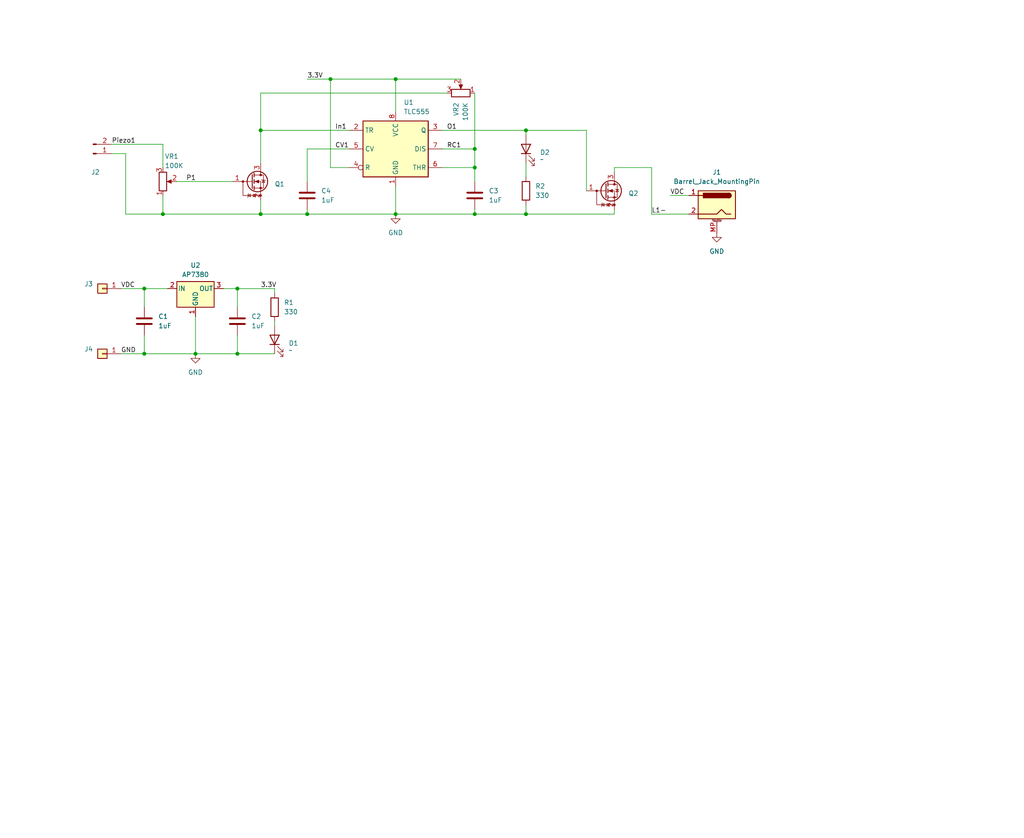
<source format=kicad_sch>
(kicad_sch
	(version 20231120)
	(generator "eeschema")
	(generator_version "8.0")
	(uuid "b634032d-8ee1-4120-9861-e40bacaadbe3")
	(paper "User" 279.4 228.6)
	(lib_symbols
		(symbol "Connector:Barrel_Jack_MountingPin"
			(pin_names hide)
			(exclude_from_sim no)
			(in_bom yes)
			(on_board yes)
			(property "Reference" "J"
				(at 0 5.334 0)
				(effects
					(font
						(size 1.27 1.27)
					)
				)
			)
			(property "Value" "Barrel_Jack_MountingPin"
				(at 1.27 -6.35 0)
				(effects
					(font
						(size 1.27 1.27)
					)
					(justify left)
				)
			)
			(property "Footprint" ""
				(at 1.27 -1.016 0)
				(effects
					(font
						(size 1.27 1.27)
					)
					(hide yes)
				)
			)
			(property "Datasheet" "~"
				(at 1.27 -1.016 0)
				(effects
					(font
						(size 1.27 1.27)
					)
					(hide yes)
				)
			)
			(property "Description" "DC Barrel Jack with a mounting pin"
				(at 0 0 0)
				(effects
					(font
						(size 1.27 1.27)
					)
					(hide yes)
				)
			)
			(property "ki_keywords" "DC power barrel jack connector"
				(at 0 0 0)
				(effects
					(font
						(size 1.27 1.27)
					)
					(hide yes)
				)
			)
			(property "ki_fp_filters" "BarrelJack*"
				(at 0 0 0)
				(effects
					(font
						(size 1.27 1.27)
					)
					(hide yes)
				)
			)
			(symbol "Barrel_Jack_MountingPin_0_1"
				(rectangle
					(start -5.08 3.81)
					(end 5.08 -3.81)
					(stroke
						(width 0.254)
						(type default)
					)
					(fill
						(type background)
					)
				)
				(arc
					(start -3.302 3.175)
					(mid -3.9343 2.54)
					(end -3.302 1.905)
					(stroke
						(width 0.254)
						(type default)
					)
					(fill
						(type none)
					)
				)
				(arc
					(start -3.302 3.175)
					(mid -3.9343 2.54)
					(end -3.302 1.905)
					(stroke
						(width 0.254)
						(type default)
					)
					(fill
						(type outline)
					)
				)
				(polyline
					(pts
						(xy 5.08 2.54) (xy 3.81 2.54)
					)
					(stroke
						(width 0.254)
						(type default)
					)
					(fill
						(type none)
					)
				)
				(polyline
					(pts
						(xy -3.81 -2.54) (xy -2.54 -2.54) (xy -1.27 -1.27) (xy 0 -2.54) (xy 2.54 -2.54) (xy 5.08 -2.54)
					)
					(stroke
						(width 0.254)
						(type default)
					)
					(fill
						(type none)
					)
				)
				(rectangle
					(start 3.683 3.175)
					(end -3.302 1.905)
					(stroke
						(width 0.254)
						(type default)
					)
					(fill
						(type outline)
					)
				)
			)
			(symbol "Barrel_Jack_MountingPin_1_1"
				(polyline
					(pts
						(xy -1.016 -4.572) (xy 1.016 -4.572)
					)
					(stroke
						(width 0.1524)
						(type default)
					)
					(fill
						(type none)
					)
				)
				(text "Mounting"
					(at 0 -4.191 0)
					(effects
						(font
							(size 0.381 0.381)
						)
					)
				)
				(pin passive line
					(at 7.62 2.54 180)
					(length 2.54)
					(name "~"
						(effects
							(font
								(size 1.27 1.27)
							)
						)
					)
					(number "1"
						(effects
							(font
								(size 1.27 1.27)
							)
						)
					)
				)
				(pin passive line
					(at 7.62 -2.54 180)
					(length 2.54)
					(name "~"
						(effects
							(font
								(size 1.27 1.27)
							)
						)
					)
					(number "2"
						(effects
							(font
								(size 1.27 1.27)
							)
						)
					)
				)
				(pin passive line
					(at 0 -7.62 90)
					(length 3.048)
					(name "MountPin"
						(effects
							(font
								(size 1.27 1.27)
							)
						)
					)
					(number "MP"
						(effects
							(font
								(size 1.27 1.27)
							)
						)
					)
				)
			)
		)
		(symbol "Connector:Conn_01x02_Pin"
			(pin_names
				(offset 1.016) hide)
			(exclude_from_sim no)
			(in_bom yes)
			(on_board yes)
			(property "Reference" "J"
				(at 0 2.54 0)
				(effects
					(font
						(size 1.27 1.27)
					)
				)
			)
			(property "Value" "Conn_01x02_Pin"
				(at 0 -5.08 0)
				(effects
					(font
						(size 1.27 1.27)
					)
				)
			)
			(property "Footprint" ""
				(at 0 0 0)
				(effects
					(font
						(size 1.27 1.27)
					)
					(hide yes)
				)
			)
			(property "Datasheet" "~"
				(at 0 0 0)
				(effects
					(font
						(size 1.27 1.27)
					)
					(hide yes)
				)
			)
			(property "Description" "Generic connector, single row, 01x02, script generated"
				(at 0 0 0)
				(effects
					(font
						(size 1.27 1.27)
					)
					(hide yes)
				)
			)
			(property "ki_locked" ""
				(at 0 0 0)
				(effects
					(font
						(size 1.27 1.27)
					)
				)
			)
			(property "ki_keywords" "connector"
				(at 0 0 0)
				(effects
					(font
						(size 1.27 1.27)
					)
					(hide yes)
				)
			)
			(property "ki_fp_filters" "Connector*:*_1x??_*"
				(at 0 0 0)
				(effects
					(font
						(size 1.27 1.27)
					)
					(hide yes)
				)
			)
			(symbol "Conn_01x02_Pin_1_1"
				(polyline
					(pts
						(xy 1.27 -2.54) (xy 0.8636 -2.54)
					)
					(stroke
						(width 0.1524)
						(type default)
					)
					(fill
						(type none)
					)
				)
				(polyline
					(pts
						(xy 1.27 0) (xy 0.8636 0)
					)
					(stroke
						(width 0.1524)
						(type default)
					)
					(fill
						(type none)
					)
				)
				(rectangle
					(start 0.8636 -2.413)
					(end 0 -2.667)
					(stroke
						(width 0.1524)
						(type default)
					)
					(fill
						(type outline)
					)
				)
				(rectangle
					(start 0.8636 0.127)
					(end 0 -0.127)
					(stroke
						(width 0.1524)
						(type default)
					)
					(fill
						(type outline)
					)
				)
				(pin passive line
					(at 5.08 0 180)
					(length 3.81)
					(name "Pin_1"
						(effects
							(font
								(size 1.27 1.27)
							)
						)
					)
					(number "1"
						(effects
							(font
								(size 1.27 1.27)
							)
						)
					)
				)
				(pin passive line
					(at 5.08 -2.54 180)
					(length 3.81)
					(name "Pin_2"
						(effects
							(font
								(size 1.27 1.27)
							)
						)
					)
					(number "2"
						(effects
							(font
								(size 1.27 1.27)
							)
						)
					)
				)
			)
		)
		(symbol "Connector_Generic:Conn_01x01"
			(pin_names
				(offset 1.016) hide)
			(exclude_from_sim no)
			(in_bom yes)
			(on_board yes)
			(property "Reference" "J"
				(at 0 2.54 0)
				(effects
					(font
						(size 1.27 1.27)
					)
				)
			)
			(property "Value" "Conn_01x01"
				(at 0 -2.54 0)
				(effects
					(font
						(size 1.27 1.27)
					)
				)
			)
			(property "Footprint" ""
				(at 0 0 0)
				(effects
					(font
						(size 1.27 1.27)
					)
					(hide yes)
				)
			)
			(property "Datasheet" "~"
				(at 0 0 0)
				(effects
					(font
						(size 1.27 1.27)
					)
					(hide yes)
				)
			)
			(property "Description" "Generic connector, single row, 01x01, script generated (kicad-library-utils/schlib/autogen/connector/)"
				(at 0 0 0)
				(effects
					(font
						(size 1.27 1.27)
					)
					(hide yes)
				)
			)
			(property "ki_keywords" "connector"
				(at 0 0 0)
				(effects
					(font
						(size 1.27 1.27)
					)
					(hide yes)
				)
			)
			(property "ki_fp_filters" "Connector*:*_1x??_*"
				(at 0 0 0)
				(effects
					(font
						(size 1.27 1.27)
					)
					(hide yes)
				)
			)
			(symbol "Conn_01x01_1_1"
				(rectangle
					(start -1.27 0.127)
					(end 0 -0.127)
					(stroke
						(width 0.1524)
						(type default)
					)
					(fill
						(type none)
					)
				)
				(rectangle
					(start -1.27 1.27)
					(end 1.27 -1.27)
					(stroke
						(width 0.254)
						(type default)
					)
					(fill
						(type background)
					)
				)
				(pin passive line
					(at -5.08 0 0)
					(length 3.81)
					(name "Pin_1"
						(effects
							(font
								(size 1.27 1.27)
							)
						)
					)
					(number "1"
						(effects
							(font
								(size 1.27 1.27)
							)
						)
					)
				)
			)
		)
		(symbol "Device:C"
			(pin_numbers hide)
			(pin_names
				(offset 0.254)
			)
			(exclude_from_sim no)
			(in_bom yes)
			(on_board yes)
			(property "Reference" "C"
				(at 0.635 2.54 0)
				(effects
					(font
						(size 1.27 1.27)
					)
					(justify left)
				)
			)
			(property "Value" "C"
				(at 0.635 -2.54 0)
				(effects
					(font
						(size 1.27 1.27)
					)
					(justify left)
				)
			)
			(property "Footprint" ""
				(at 0.9652 -3.81 0)
				(effects
					(font
						(size 1.27 1.27)
					)
					(hide yes)
				)
			)
			(property "Datasheet" "~"
				(at 0 0 0)
				(effects
					(font
						(size 1.27 1.27)
					)
					(hide yes)
				)
			)
			(property "Description" "Unpolarized capacitor"
				(at 0 0 0)
				(effects
					(font
						(size 1.27 1.27)
					)
					(hide yes)
				)
			)
			(property "ki_keywords" "cap capacitor"
				(at 0 0 0)
				(effects
					(font
						(size 1.27 1.27)
					)
					(hide yes)
				)
			)
			(property "ki_fp_filters" "C_*"
				(at 0 0 0)
				(effects
					(font
						(size 1.27 1.27)
					)
					(hide yes)
				)
			)
			(symbol "C_0_1"
				(polyline
					(pts
						(xy -2.032 -0.762) (xy 2.032 -0.762)
					)
					(stroke
						(width 0.508)
						(type default)
					)
					(fill
						(type none)
					)
				)
				(polyline
					(pts
						(xy -2.032 0.762) (xy 2.032 0.762)
					)
					(stroke
						(width 0.508)
						(type default)
					)
					(fill
						(type none)
					)
				)
			)
			(symbol "C_1_1"
				(pin passive line
					(at 0 3.81 270)
					(length 2.794)
					(name "~"
						(effects
							(font
								(size 1.27 1.27)
							)
						)
					)
					(number "1"
						(effects
							(font
								(size 1.27 1.27)
							)
						)
					)
				)
				(pin passive line
					(at 0 -3.81 90)
					(length 2.794)
					(name "~"
						(effects
							(font
								(size 1.27 1.27)
							)
						)
					)
					(number "2"
						(effects
							(font
								(size 1.27 1.27)
							)
						)
					)
				)
			)
		)
		(symbol "Device:LED"
			(pin_numbers hide)
			(pin_names
				(offset 1.016) hide)
			(exclude_from_sim no)
			(in_bom yes)
			(on_board yes)
			(property "Reference" "D"
				(at 0 2.54 0)
				(effects
					(font
						(size 1.27 1.27)
					)
				)
			)
			(property "Value" "LED"
				(at 0 -2.54 0)
				(effects
					(font
						(size 1.27 1.27)
					)
				)
			)
			(property "Footprint" ""
				(at 0 0 0)
				(effects
					(font
						(size 1.27 1.27)
					)
					(hide yes)
				)
			)
			(property "Datasheet" "~"
				(at 0 0 0)
				(effects
					(font
						(size 1.27 1.27)
					)
					(hide yes)
				)
			)
			(property "Description" "Light emitting diode"
				(at 0 0 0)
				(effects
					(font
						(size 1.27 1.27)
					)
					(hide yes)
				)
			)
			(property "ki_keywords" "LED diode"
				(at 0 0 0)
				(effects
					(font
						(size 1.27 1.27)
					)
					(hide yes)
				)
			)
			(property "ki_fp_filters" "LED* LED_SMD:* LED_THT:*"
				(at 0 0 0)
				(effects
					(font
						(size 1.27 1.27)
					)
					(hide yes)
				)
			)
			(symbol "LED_0_1"
				(polyline
					(pts
						(xy -1.27 -1.27) (xy -1.27 1.27)
					)
					(stroke
						(width 0.254)
						(type default)
					)
					(fill
						(type none)
					)
				)
				(polyline
					(pts
						(xy -1.27 0) (xy 1.27 0)
					)
					(stroke
						(width 0)
						(type default)
					)
					(fill
						(type none)
					)
				)
				(polyline
					(pts
						(xy 1.27 -1.27) (xy 1.27 1.27) (xy -1.27 0) (xy 1.27 -1.27)
					)
					(stroke
						(width 0.254)
						(type default)
					)
					(fill
						(type none)
					)
				)
				(polyline
					(pts
						(xy -3.048 -0.762) (xy -4.572 -2.286) (xy -3.81 -2.286) (xy -4.572 -2.286) (xy -4.572 -1.524)
					)
					(stroke
						(width 0)
						(type default)
					)
					(fill
						(type none)
					)
				)
				(polyline
					(pts
						(xy -1.778 -0.762) (xy -3.302 -2.286) (xy -2.54 -2.286) (xy -3.302 -2.286) (xy -3.302 -1.524)
					)
					(stroke
						(width 0)
						(type default)
					)
					(fill
						(type none)
					)
				)
			)
			(symbol "LED_1_1"
				(pin passive line
					(at -3.81 0 0)
					(length 2.54)
					(name "K"
						(effects
							(font
								(size 1.27 1.27)
							)
						)
					)
					(number "1"
						(effects
							(font
								(size 1.27 1.27)
							)
						)
					)
				)
				(pin passive line
					(at 3.81 0 180)
					(length 2.54)
					(name "A"
						(effects
							(font
								(size 1.27 1.27)
							)
						)
					)
					(number "2"
						(effects
							(font
								(size 1.27 1.27)
							)
						)
					)
				)
			)
		)
		(symbol "Device:R"
			(pin_numbers hide)
			(pin_names
				(offset 0)
			)
			(exclude_from_sim no)
			(in_bom yes)
			(on_board yes)
			(property "Reference" "R"
				(at 2.032 0 90)
				(effects
					(font
						(size 1.27 1.27)
					)
				)
			)
			(property "Value" "R"
				(at 0 0 90)
				(effects
					(font
						(size 1.27 1.27)
					)
				)
			)
			(property "Footprint" ""
				(at -1.778 0 90)
				(effects
					(font
						(size 1.27 1.27)
					)
					(hide yes)
				)
			)
			(property "Datasheet" "~"
				(at 0 0 0)
				(effects
					(font
						(size 1.27 1.27)
					)
					(hide yes)
				)
			)
			(property "Description" "Resistor"
				(at 0 0 0)
				(effects
					(font
						(size 1.27 1.27)
					)
					(hide yes)
				)
			)
			(property "ki_keywords" "R res resistor"
				(at 0 0 0)
				(effects
					(font
						(size 1.27 1.27)
					)
					(hide yes)
				)
			)
			(property "ki_fp_filters" "R_*"
				(at 0 0 0)
				(effects
					(font
						(size 1.27 1.27)
					)
					(hide yes)
				)
			)
			(symbol "R_0_1"
				(rectangle
					(start -1.016 -2.54)
					(end 1.016 2.54)
					(stroke
						(width 0.254)
						(type default)
					)
					(fill
						(type none)
					)
				)
			)
			(symbol "R_1_1"
				(pin passive line
					(at 0 3.81 270)
					(length 1.27)
					(name "~"
						(effects
							(font
								(size 1.27 1.27)
							)
						)
					)
					(number "1"
						(effects
							(font
								(size 1.27 1.27)
							)
						)
					)
				)
				(pin passive line
					(at 0 -3.81 90)
					(length 1.27)
					(name "~"
						(effects
							(font
								(size 1.27 1.27)
							)
						)
					)
					(number "2"
						(effects
							(font
								(size 1.27 1.27)
							)
						)
					)
				)
			)
		)
		(symbol "Device:R_Potentiometer"
			(pin_names
				(offset 1.016) hide)
			(exclude_from_sim no)
			(in_bom yes)
			(on_board yes)
			(property "Reference" "RV"
				(at -4.445 0 90)
				(effects
					(font
						(size 1.27 1.27)
					)
				)
			)
			(property "Value" "R_Potentiometer"
				(at -2.54 0 90)
				(effects
					(font
						(size 1.27 1.27)
					)
				)
			)
			(property "Footprint" ""
				(at 0 0 0)
				(effects
					(font
						(size 1.27 1.27)
					)
					(hide yes)
				)
			)
			(property "Datasheet" "~"
				(at 0 0 0)
				(effects
					(font
						(size 1.27 1.27)
					)
					(hide yes)
				)
			)
			(property "Description" "Potentiometer"
				(at 0 0 0)
				(effects
					(font
						(size 1.27 1.27)
					)
					(hide yes)
				)
			)
			(property "ki_keywords" "resistor variable"
				(at 0 0 0)
				(effects
					(font
						(size 1.27 1.27)
					)
					(hide yes)
				)
			)
			(property "ki_fp_filters" "Potentiometer*"
				(at 0 0 0)
				(effects
					(font
						(size 1.27 1.27)
					)
					(hide yes)
				)
			)
			(symbol "R_Potentiometer_0_1"
				(polyline
					(pts
						(xy 2.54 0) (xy 1.524 0)
					)
					(stroke
						(width 0)
						(type default)
					)
					(fill
						(type none)
					)
				)
				(polyline
					(pts
						(xy 1.143 0) (xy 2.286 0.508) (xy 2.286 -0.508) (xy 1.143 0)
					)
					(stroke
						(width 0)
						(type default)
					)
					(fill
						(type outline)
					)
				)
				(rectangle
					(start 1.016 2.54)
					(end -1.016 -2.54)
					(stroke
						(width 0.254)
						(type default)
					)
					(fill
						(type none)
					)
				)
			)
			(symbol "R_Potentiometer_1_1"
				(pin passive line
					(at 0 3.81 270)
					(length 1.27)
					(name "1"
						(effects
							(font
								(size 1.27 1.27)
							)
						)
					)
					(number "1"
						(effects
							(font
								(size 1.27 1.27)
							)
						)
					)
				)
				(pin passive line
					(at 3.81 0 180)
					(length 1.27)
					(name "2"
						(effects
							(font
								(size 1.27 1.27)
							)
						)
					)
					(number "2"
						(effects
							(font
								(size 1.27 1.27)
							)
						)
					)
				)
				(pin passive line
					(at 0 -3.81 90)
					(length 1.27)
					(name "3"
						(effects
							(font
								(size 1.27 1.27)
							)
						)
					)
					(number "3"
						(effects
							(font
								(size 1.27 1.27)
							)
						)
					)
				)
			)
		)
		(symbol "Regulator_Linear:L78L33_SOT89"
			(pin_names
				(offset 0.254)
			)
			(exclude_from_sim no)
			(in_bom yes)
			(on_board yes)
			(property "Reference" "U3"
				(at 0 6.35 0)
				(effects
					(font
						(size 1.27 1.27)
					)
				)
			)
			(property "Value" "AP7380"
				(at 0 3.81 0)
				(effects
					(font
						(size 1.27 1.27)
					)
				)
			)
			(property "Footprint" "Package_TO_SOT_SMD:SOT-89-3"
				(at 0 5.08 0)
				(effects
					(font
						(size 1.27 1.27)
						(italic yes)
					)
					(hide yes)
				)
			)
			(property "Datasheet" "https://www.diodes.com/assets/Datasheets/AP7380.pdf"
				(at 0 -1.27 0)
				(effects
					(font
						(size 1.27 1.27)
					)
					(hide yes)
				)
			)
			(property "Description" "IC REG LINEAR 3.3V 150mA"
				(at 0 0 0)
				(effects
					(font
						(size 1.27 1.27)
					)
					(hide yes)
				)
			)
			(property "MfgPartNum" "AP7380-33Y-13"
				(at 0 0 0)
				(effects
					(font
						(size 1.27 1.27)
					)
					(hide yes)
				)
			)
			(property "Package" "SOT-89-3"
				(at 0 0 0)
				(effects
					(font
						(size 1.27 1.27)
					)
					(hide yes)
				)
			)
			(property "DigiKey" "AP7380-33Y-13DICT-ND"
				(at 0 0 0)
				(effects
					(font
						(size 1.27 1.27)
					)
					(hide yes)
				)
			)
			(property "RefPrice" "0.362"
				(at 0 0 0)
				(effects
					(font
						(size 1.27 1.27)
					)
					(hide yes)
				)
			)
			(property "Manufacturer" "Diodes Inc"
				(at 0 0 0)
				(effects
					(font
						(size 1.27 1.27)
					)
					(hide yes)
				)
			)
			(property "ki_keywords" "Voltage Regulator 100mA Positive"
				(at 0 0 0)
				(effects
					(font
						(size 1.27 1.27)
					)
					(hide yes)
				)
			)
			(property "ki_fp_filters" "SOT?89*"
				(at 0 0 0)
				(effects
					(font
						(size 1.27 1.27)
					)
					(hide yes)
				)
			)
			(symbol "L78L33_SOT89_0_1"
				(rectangle
					(start -5.08 1.905)
					(end 5.08 -5.08)
					(stroke
						(width 0.254)
						(type default)
					)
					(fill
						(type background)
					)
				)
			)
			(symbol "L78L33_SOT89_1_1"
				(pin power_in line
					(at 0 -7.62 90)
					(length 2.54)
					(name "GND"
						(effects
							(font
								(size 1.27 1.27)
							)
						)
					)
					(number "1"
						(effects
							(font
								(size 1.27 1.27)
							)
						)
					)
				)
				(pin power_in line
					(at -7.62 0 0)
					(length 2.54)
					(name "IN"
						(effects
							(font
								(size 1.27 1.27)
							)
						)
					)
					(number "2"
						(effects
							(font
								(size 1.27 1.27)
							)
						)
					)
				)
				(pin power_out line
					(at 7.62 0 180)
					(length 2.54)
					(name "OUT"
						(effects
							(font
								(size 1.27 1.27)
							)
						)
					)
					(number "3"
						(effects
							(font
								(size 1.27 1.27)
							)
						)
					)
				)
			)
		)
		(symbol "Timer:TLC555xD"
			(exclude_from_sim no)
			(in_bom yes)
			(on_board yes)
			(property "Reference" "U"
				(at -10.16 8.89 0)
				(effects
					(font
						(size 1.27 1.27)
					)
					(justify left)
				)
			)
			(property "Value" "TLC555xD"
				(at 2.54 8.89 0)
				(effects
					(font
						(size 1.27 1.27)
					)
					(justify left)
				)
			)
			(property "Footprint" "Package_SO:SOIC-8_3.9x4.9mm_P1.27mm"
				(at 21.59 -10.16 0)
				(effects
					(font
						(size 1.27 1.27)
					)
					(hide yes)
				)
			)
			(property "Datasheet" "http://www.ti.com/lit/ds/symlink/tlc555.pdf"
				(at 21.59 -10.16 0)
				(effects
					(font
						(size 1.27 1.27)
					)
					(hide yes)
				)
			)
			(property "Description" "Single LinCMOS Timer, 555 compatible, SOIC-8"
				(at 0 0 0)
				(effects
					(font
						(size 1.27 1.27)
					)
					(hide yes)
				)
			)
			(property "ki_keywords" "single timer 555"
				(at 0 0 0)
				(effects
					(font
						(size 1.27 1.27)
					)
					(hide yes)
				)
			)
			(property "ki_fp_filters" "SOIC*3.9x4.9mm*P1.27mm*"
				(at 0 0 0)
				(effects
					(font
						(size 1.27 1.27)
					)
					(hide yes)
				)
			)
			(symbol "TLC555xD_0_0"
				(pin power_in line
					(at 0 -10.16 90)
					(length 2.54)
					(name "GND"
						(effects
							(font
								(size 1.27 1.27)
							)
						)
					)
					(number "1"
						(effects
							(font
								(size 1.27 1.27)
							)
						)
					)
				)
				(pin power_in line
					(at 0 10.16 270)
					(length 2.54)
					(name "VCC"
						(effects
							(font
								(size 1.27 1.27)
							)
						)
					)
					(number "8"
						(effects
							(font
								(size 1.27 1.27)
							)
						)
					)
				)
			)
			(symbol "TLC555xD_0_1"
				(rectangle
					(start -8.89 -7.62)
					(end 8.89 7.62)
					(stroke
						(width 0.254)
						(type default)
					)
					(fill
						(type background)
					)
				)
				(rectangle
					(start -8.89 -7.62)
					(end 8.89 7.62)
					(stroke
						(width 0.254)
						(type default)
					)
					(fill
						(type background)
					)
				)
			)
			(symbol "TLC555xD_1_1"
				(pin input line
					(at -12.7 5.08 0)
					(length 3.81)
					(name "TR"
						(effects
							(font
								(size 1.27 1.27)
							)
						)
					)
					(number "2"
						(effects
							(font
								(size 1.27 1.27)
							)
						)
					)
				)
				(pin output line
					(at 12.7 5.08 180)
					(length 3.81)
					(name "Q"
						(effects
							(font
								(size 1.27 1.27)
							)
						)
					)
					(number "3"
						(effects
							(font
								(size 1.27 1.27)
							)
						)
					)
				)
				(pin input inverted
					(at -12.7 -5.08 0)
					(length 3.81)
					(name "R"
						(effects
							(font
								(size 1.27 1.27)
							)
						)
					)
					(number "4"
						(effects
							(font
								(size 1.27 1.27)
							)
						)
					)
				)
				(pin input line
					(at -12.7 0 0)
					(length 3.81)
					(name "CV"
						(effects
							(font
								(size 1.27 1.27)
							)
						)
					)
					(number "5"
						(effects
							(font
								(size 1.27 1.27)
							)
						)
					)
				)
				(pin input line
					(at 12.7 -5.08 180)
					(length 3.81)
					(name "THR"
						(effects
							(font
								(size 1.27 1.27)
							)
						)
					)
					(number "6"
						(effects
							(font
								(size 1.27 1.27)
							)
						)
					)
				)
				(pin input line
					(at 12.7 0 180)
					(length 3.81)
					(name "DIS"
						(effects
							(font
								(size 1.27 1.27)
							)
						)
					)
					(number "7"
						(effects
							(font
								(size 1.27 1.27)
							)
						)
					)
				)
			)
		)
		(symbol "Transistor_FET:DMG1012T"
			(pin_names
				(offset 0) hide)
			(exclude_from_sim no)
			(in_bom yes)
			(on_board yes)
			(property "Reference" "Q"
				(at 5.08 1.905 0)
				(effects
					(font
						(size 1.27 1.27)
					)
					(justify left)
				)
			)
			(property "Value" "DMG1012T"
				(at 5.08 0 0)
				(effects
					(font
						(size 1.27 1.27)
					)
					(justify left)
				)
			)
			(property "Footprint" "Package_TO_SOT_SMD:SOT-523"
				(at 5.08 -1.905 0)
				(effects
					(font
						(size 1.27 1.27)
					)
					(justify left)
					(hide yes)
				)
			)
			(property "Datasheet" "https://www.diodes.com/assets/Datasheets/ds31783.pdf"
				(at 5.08 -3.81 0)
				(effects
					(font
						(size 1.27 1.27)
					)
					(justify left)
					(hide yes)
				)
			)
			(property "Description" "20V Vds, 0.63 Id, N-Channel MOSFET with ESD protection, SOT-523"
				(at 0 0 0)
				(effects
					(font
						(size 1.27 1.27)
					)
					(hide yes)
				)
			)
			(property "ki_keywords" "N-Channel MOSFET"
				(at 0 0 0)
				(effects
					(font
						(size 1.27 1.27)
					)
					(hide yes)
				)
			)
			(property "ki_fp_filters" "SOT?523*"
				(at 0 0 0)
				(effects
					(font
						(size 1.27 1.27)
					)
					(hide yes)
				)
			)
			(symbol "DMG1012T_0_1"
				(polyline
					(pts
						(xy 2.54 -3.81) (xy -2.286 -3.81) (xy -2.286 0)
					)
					(stroke
						(width 0)
						(type default)
					)
					(fill
						(type none)
					)
				)
			)
			(symbol "DMG1012T_1_1"
				(circle
					(center -2.286 0)
					(radius 0.254)
					(stroke
						(width 0)
						(type default)
					)
					(fill
						(type outline)
					)
				)
				(polyline
					(pts
						(xy 0.254 0) (xy -2.54 0)
					)
					(stroke
						(width 0)
						(type default)
					)
					(fill
						(type none)
					)
				)
				(polyline
					(pts
						(xy 0.254 1.905) (xy 0.254 -1.905)
					)
					(stroke
						(width 0.254)
						(type default)
					)
					(fill
						(type none)
					)
				)
				(polyline
					(pts
						(xy 0.762 -1.27) (xy 0.762 -2.286)
					)
					(stroke
						(width 0.254)
						(type default)
					)
					(fill
						(type none)
					)
				)
				(polyline
					(pts
						(xy 0.762 0.508) (xy 0.762 -0.508)
					)
					(stroke
						(width 0.254)
						(type default)
					)
					(fill
						(type none)
					)
				)
				(polyline
					(pts
						(xy 0.762 2.286) (xy 0.762 1.27)
					)
					(stroke
						(width 0.254)
						(type default)
					)
					(fill
						(type none)
					)
				)
				(polyline
					(pts
						(xy 2.54 2.54) (xy 2.54 1.778)
					)
					(stroke
						(width 0)
						(type default)
					)
					(fill
						(type none)
					)
				)
				(polyline
					(pts
						(xy 2.54 -2.54) (xy 2.54 0) (xy 0.762 0)
					)
					(stroke
						(width 0)
						(type default)
					)
					(fill
						(type none)
					)
				)
				(polyline
					(pts
						(xy -1.016 -4.318) (xy -0.889 -4.191) (xy -0.889 -3.429) (xy -0.762 -3.302)
					)
					(stroke
						(width 0)
						(type default)
					)
					(fill
						(type none)
					)
				)
				(polyline
					(pts
						(xy -0.889 -3.81) (xy -0.254 -4.191) (xy -0.254 -3.429) (xy -0.889 -3.81)
					)
					(stroke
						(width 0)
						(type default)
					)
					(fill
						(type none)
					)
				)
				(polyline
					(pts
						(xy 0.762 -1.778) (xy 3.302 -1.778) (xy 3.302 1.778) (xy 0.762 1.778)
					)
					(stroke
						(width 0)
						(type default)
					)
					(fill
						(type none)
					)
				)
				(polyline
					(pts
						(xy 1.016 0) (xy 2.032 0.381) (xy 2.032 -0.381) (xy 1.016 0)
					)
					(stroke
						(width 0)
						(type default)
					)
					(fill
						(type outline)
					)
				)
				(polyline
					(pts
						(xy 1.143 -3.81) (xy 0.508 -3.429) (xy 0.508 -4.191) (xy 1.143 -3.81)
					)
					(stroke
						(width 0)
						(type default)
					)
					(fill
						(type none)
					)
				)
				(polyline
					(pts
						(xy 1.27 -3.302) (xy 1.143 -3.429) (xy 1.143 -4.191) (xy 1.016 -4.318)
					)
					(stroke
						(width 0)
						(type default)
					)
					(fill
						(type none)
					)
				)
				(polyline
					(pts
						(xy 2.794 0.508) (xy 2.921 0.381) (xy 3.683 0.381) (xy 3.81 0.254)
					)
					(stroke
						(width 0)
						(type default)
					)
					(fill
						(type none)
					)
				)
				(polyline
					(pts
						(xy 3.302 0.381) (xy 2.921 -0.254) (xy 3.683 -0.254) (xy 3.302 0.381)
					)
					(stroke
						(width 0)
						(type default)
					)
					(fill
						(type none)
					)
				)
				(circle
					(center 1.651 0)
					(radius 2.794)
					(stroke
						(width 0.254)
						(type default)
					)
					(fill
						(type none)
					)
				)
				(circle
					(center 2.54 -3.81)
					(radius 0.254)
					(stroke
						(width 0)
						(type default)
					)
					(fill
						(type outline)
					)
				)
				(circle
					(center 2.54 -1.778)
					(radius 0.254)
					(stroke
						(width 0)
						(type default)
					)
					(fill
						(type outline)
					)
				)
				(circle
					(center 2.54 1.778)
					(radius 0.254)
					(stroke
						(width 0)
						(type default)
					)
					(fill
						(type outline)
					)
				)
				(pin input line
					(at -5.08 0 0)
					(length 2.54)
					(name "G"
						(effects
							(font
								(size 1.27 1.27)
							)
						)
					)
					(number "1"
						(effects
							(font
								(size 1.27 1.27)
							)
						)
					)
				)
				(pin passive line
					(at 2.54 -5.08 90)
					(length 2.54)
					(name "S"
						(effects
							(font
								(size 1.27 1.27)
							)
						)
					)
					(number "2"
						(effects
							(font
								(size 1.27 1.27)
							)
						)
					)
				)
				(pin passive line
					(at 2.54 5.08 270)
					(length 2.54)
					(name "D"
						(effects
							(font
								(size 1.27 1.27)
							)
						)
					)
					(number "3"
						(effects
							(font
								(size 1.27 1.27)
							)
						)
					)
				)
			)
		)
		(symbol "power:GND"
			(power)
			(pin_numbers hide)
			(pin_names
				(offset 0) hide)
			(exclude_from_sim no)
			(in_bom yes)
			(on_board yes)
			(property "Reference" "#PWR"
				(at 0 -6.35 0)
				(effects
					(font
						(size 1.27 1.27)
					)
					(hide yes)
				)
			)
			(property "Value" "GND"
				(at 0 -3.81 0)
				(effects
					(font
						(size 1.27 1.27)
					)
				)
			)
			(property "Footprint" ""
				(at 0 0 0)
				(effects
					(font
						(size 1.27 1.27)
					)
					(hide yes)
				)
			)
			(property "Datasheet" ""
				(at 0 0 0)
				(effects
					(font
						(size 1.27 1.27)
					)
					(hide yes)
				)
			)
			(property "Description" "Power symbol creates a global label with name \"GND\" , ground"
				(at 0 0 0)
				(effects
					(font
						(size 1.27 1.27)
					)
					(hide yes)
				)
			)
			(property "ki_keywords" "global power"
				(at 0 0 0)
				(effects
					(font
						(size 1.27 1.27)
					)
					(hide yes)
				)
			)
			(symbol "GND_0_1"
				(polyline
					(pts
						(xy 0 0) (xy 0 -1.27) (xy 1.27 -1.27) (xy 0 -2.54) (xy -1.27 -1.27) (xy 0 -1.27)
					)
					(stroke
						(width 0)
						(type default)
					)
					(fill
						(type none)
					)
				)
			)
			(symbol "GND_1_1"
				(pin power_in line
					(at 0 0 270)
					(length 0)
					(name "~"
						(effects
							(font
								(size 1.27 1.27)
							)
						)
					)
					(number "1"
						(effects
							(font
								(size 1.27 1.27)
							)
						)
					)
				)
			)
		)
	)
	(junction
		(at 107.95 58.42)
		(diameter 0)
		(color 0 0 0 0)
		(uuid "072adb6d-4c87-4ec6-8c31-90623b10dcc0")
	)
	(junction
		(at 143.51 35.56)
		(diameter 0)
		(color 0 0 0 0)
		(uuid "07ee7334-b01b-4d6f-bb79-437fe83abd8f")
	)
	(junction
		(at 71.12 35.56)
		(diameter 0)
		(color 0 0 0 0)
		(uuid "0d629aca-1ad4-4ef9-a17f-c633b8dee913")
	)
	(junction
		(at 64.77 96.52)
		(diameter 0)
		(color 0 0 0 0)
		(uuid "1c971682-96d3-4b21-b6bb-caf9f44f9506")
	)
	(junction
		(at 107.95 21.59)
		(diameter 0)
		(color 0 0 0 0)
		(uuid "20b1d975-02d5-4e8f-b3bf-0d348b9fde9a")
	)
	(junction
		(at 83.82 58.42)
		(diameter 0)
		(color 0 0 0 0)
		(uuid "2f775585-cd7a-4052-be86-3c09508c329f")
	)
	(junction
		(at 129.54 58.42)
		(diameter 0)
		(color 0 0 0 0)
		(uuid "36ed10f3-1f5d-44e9-a463-166c52c8e083")
	)
	(junction
		(at 129.54 40.64)
		(diameter 0)
		(color 0 0 0 0)
		(uuid "49a51d7c-f5da-4670-9c11-3a0ead5a32a5")
	)
	(junction
		(at 64.77 78.74)
		(diameter 0)
		(color 0 0 0 0)
		(uuid "6b0d51d9-581e-41a9-9c60-8d13ab94817a")
	)
	(junction
		(at 143.51 58.42)
		(diameter 0)
		(color 0 0 0 0)
		(uuid "8f6e9650-f891-4298-8816-b2c34a8dca5f")
	)
	(junction
		(at 53.34 96.52)
		(diameter 0)
		(color 0 0 0 0)
		(uuid "c719575f-6868-4f61-829e-e4b5c528ae22")
	)
	(junction
		(at 39.37 78.74)
		(diameter 0)
		(color 0 0 0 0)
		(uuid "c9966250-dadf-46eb-860e-35a416b5f735")
	)
	(junction
		(at 44.45 58.42)
		(diameter 0)
		(color 0 0 0 0)
		(uuid "d28b6568-f8c4-456f-b4cd-785a78c217fe")
	)
	(junction
		(at 90.17 21.59)
		(diameter 0)
		(color 0 0 0 0)
		(uuid "d7bd5a3b-9972-44a2-b41d-ddb12e6240de")
	)
	(junction
		(at 71.12 58.42)
		(diameter 0)
		(color 0 0 0 0)
		(uuid "e1fa973f-b225-4ea9-9d24-e2f5ef142d95")
	)
	(junction
		(at 39.37 96.52)
		(diameter 0)
		(color 0 0 0 0)
		(uuid "e69fe681-2bd6-4107-819d-30c63b74c4ca")
	)
	(junction
		(at 129.54 45.72)
		(diameter 0)
		(color 0 0 0 0)
		(uuid "fbf18f18-ed77-4a61-81f5-6f13f15a6c70")
	)
	(wire
		(pts
			(xy 71.12 54.61) (xy 71.12 58.42)
		)
		(stroke
			(width 0)
			(type default)
		)
		(uuid "04209763-8461-42c1-a49b-82565e3d1418")
	)
	(wire
		(pts
			(xy 71.12 25.4) (xy 71.12 35.56)
		)
		(stroke
			(width 0)
			(type default)
		)
		(uuid "13689beb-4d3c-4434-990e-c9f987a92af6")
	)
	(wire
		(pts
			(xy 129.54 40.64) (xy 129.54 45.72)
		)
		(stroke
			(width 0)
			(type default)
		)
		(uuid "13ec6d1f-341e-45f7-b0a4-060da32eb8d5")
	)
	(wire
		(pts
			(xy 129.54 45.72) (xy 129.54 49.53)
		)
		(stroke
			(width 0)
			(type default)
		)
		(uuid "150180cb-29a1-427c-bbfb-6fcebcbea3e0")
	)
	(wire
		(pts
			(xy 34.29 41.91) (xy 30.48 41.91)
		)
		(stroke
			(width 0)
			(type default)
		)
		(uuid "15dabb5f-9f28-4252-a426-72b9e5ed99cb")
	)
	(wire
		(pts
			(xy 129.54 58.42) (xy 143.51 58.42)
		)
		(stroke
			(width 0)
			(type default)
		)
		(uuid "1e202d53-c95e-4841-87be-6a338cc98381")
	)
	(wire
		(pts
			(xy 64.77 91.44) (xy 64.77 96.52)
		)
		(stroke
			(width 0)
			(type default)
		)
		(uuid "2408f5de-c868-4822-afda-3a9b429cfa6a")
	)
	(wire
		(pts
			(xy 143.51 58.42) (xy 167.64 58.42)
		)
		(stroke
			(width 0)
			(type default)
		)
		(uuid "2891335b-cb89-403c-a3fa-76746c9d86f7")
	)
	(wire
		(pts
			(xy 143.51 55.88) (xy 143.51 58.42)
		)
		(stroke
			(width 0)
			(type default)
		)
		(uuid "2dec0b88-bc33-4fab-a57a-5ae5280a7157")
	)
	(wire
		(pts
			(xy 83.82 58.42) (xy 107.95 58.42)
		)
		(stroke
			(width 0)
			(type default)
		)
		(uuid "2ff524c5-a855-4679-8851-182e4351277c")
	)
	(wire
		(pts
			(xy 53.34 86.36) (xy 53.34 96.52)
		)
		(stroke
			(width 0)
			(type default)
		)
		(uuid "36a621e9-0501-4d56-b988-389b899d25ae")
	)
	(wire
		(pts
			(xy 95.25 35.56) (xy 71.12 35.56)
		)
		(stroke
			(width 0)
			(type default)
		)
		(uuid "39900745-cebd-4cbd-9130-f6b86013ae75")
	)
	(wire
		(pts
			(xy 71.12 35.56) (xy 71.12 44.45)
		)
		(stroke
			(width 0)
			(type default)
		)
		(uuid "4599176b-a0ea-4e84-8bad-54ad2cdc7f32")
	)
	(wire
		(pts
			(xy 39.37 78.74) (xy 39.37 83.82)
		)
		(stroke
			(width 0)
			(type default)
		)
		(uuid "48b30ab4-3a76-4599-af54-87dbcc60ee9f")
	)
	(wire
		(pts
			(xy 120.65 45.72) (xy 129.54 45.72)
		)
		(stroke
			(width 0)
			(type default)
		)
		(uuid "4ff3dc94-97a0-40d9-9aca-db8190e8aa92")
	)
	(wire
		(pts
			(xy 95.25 45.72) (xy 90.17 45.72)
		)
		(stroke
			(width 0)
			(type default)
		)
		(uuid "566f7d25-28ef-462a-8ea5-ae147ce7a5be")
	)
	(wire
		(pts
			(xy 71.12 58.42) (xy 83.82 58.42)
		)
		(stroke
			(width 0)
			(type default)
		)
		(uuid "6e83407a-f69b-4d3d-89a6-e6a0b8117bb2")
	)
	(wire
		(pts
			(xy 143.51 44.45) (xy 143.51 48.26)
		)
		(stroke
			(width 0)
			(type default)
		)
		(uuid "6ef2dc9c-912e-4ef2-a84b-c2e6c94b6dbd")
	)
	(wire
		(pts
			(xy 30.48 39.37) (xy 44.45 39.37)
		)
		(stroke
			(width 0)
			(type default)
		)
		(uuid "711c3178-d5cd-44c1-84f9-f9d1bfa49458")
	)
	(wire
		(pts
			(xy 74.93 87.63) (xy 74.93 88.9)
		)
		(stroke
			(width 0)
			(type default)
		)
		(uuid "742037ba-ce6f-4de1-a7fd-f5d16a68e939")
	)
	(wire
		(pts
			(xy 83.82 40.64) (xy 95.25 40.64)
		)
		(stroke
			(width 0)
			(type default)
		)
		(uuid "748773cf-cccb-4923-bd24-83c007ea4004")
	)
	(wire
		(pts
			(xy 129.54 57.15) (xy 129.54 58.42)
		)
		(stroke
			(width 0)
			(type default)
		)
		(uuid "753f8459-fc99-4782-b3cb-c7770c3989ef")
	)
	(wire
		(pts
			(xy 107.95 21.59) (xy 125.73 21.59)
		)
		(stroke
			(width 0)
			(type default)
		)
		(uuid "7665686f-7d7f-4f72-a3ad-fb535e6c0fe4")
	)
	(wire
		(pts
			(xy 53.34 96.52) (xy 64.77 96.52)
		)
		(stroke
			(width 0)
			(type default)
		)
		(uuid "77c82e62-d5da-4efe-be27-313c2fd997dd")
	)
	(wire
		(pts
			(xy 120.65 35.56) (xy 143.51 35.56)
		)
		(stroke
			(width 0)
			(type default)
		)
		(uuid "7b273bfb-7169-4505-8af1-10606fcb375b")
	)
	(wire
		(pts
			(xy 83.82 57.15) (xy 83.82 58.42)
		)
		(stroke
			(width 0)
			(type default)
		)
		(uuid "7c0d2a95-a3b0-4e56-aee3-6d9a2a276343")
	)
	(wire
		(pts
			(xy 167.64 58.42) (xy 167.64 57.15)
		)
		(stroke
			(width 0)
			(type default)
		)
		(uuid "7d5c2e70-61f9-44f4-a7aa-8b8462085187")
	)
	(wire
		(pts
			(xy 143.51 35.56) (xy 143.51 36.83)
		)
		(stroke
			(width 0)
			(type default)
		)
		(uuid "7f6a5c04-2d70-413f-b08e-966433525990")
	)
	(wire
		(pts
			(xy 107.95 58.42) (xy 129.54 58.42)
		)
		(stroke
			(width 0)
			(type default)
		)
		(uuid "80917b4a-2b61-4565-9b9a-da30e023b7d1")
	)
	(wire
		(pts
			(xy 177.8 45.72) (xy 177.8 58.42)
		)
		(stroke
			(width 0)
			(type default)
		)
		(uuid "837862b5-fd23-4827-bf5d-480653c6cdaa")
	)
	(wire
		(pts
			(xy 60.96 78.74) (xy 64.77 78.74)
		)
		(stroke
			(width 0)
			(type default)
		)
		(uuid "83d366b3-c847-4cef-bfbf-0c70a7e55ee5")
	)
	(wire
		(pts
			(xy 39.37 78.74) (xy 33.02 78.74)
		)
		(stroke
			(width 0)
			(type default)
		)
		(uuid "86269048-206c-45be-8d89-969704d9cba6")
	)
	(wire
		(pts
			(xy 39.37 96.52) (xy 53.34 96.52)
		)
		(stroke
			(width 0)
			(type default)
		)
		(uuid "8760a5c2-9bcf-4ace-9763-aafe263af84e")
	)
	(wire
		(pts
			(xy 177.8 58.42) (xy 187.96 58.42)
		)
		(stroke
			(width 0)
			(type default)
		)
		(uuid "92170d7d-6e4f-41ac-bed5-22653250a94e")
	)
	(wire
		(pts
			(xy 90.17 45.72) (xy 90.17 21.59)
		)
		(stroke
			(width 0)
			(type default)
		)
		(uuid "9dc6efc2-e02f-4343-b4c8-b93a2eaae056")
	)
	(wire
		(pts
			(xy 33.02 96.52) (xy 39.37 96.52)
		)
		(stroke
			(width 0)
			(type default)
		)
		(uuid "a3056fb4-1439-4a54-92aa-11627129d551")
	)
	(wire
		(pts
			(xy 107.95 50.8) (xy 107.95 58.42)
		)
		(stroke
			(width 0)
			(type default)
		)
		(uuid "a9d53bb6-c82d-43a7-93f8-fc7b4a72d396")
	)
	(wire
		(pts
			(xy 143.51 35.56) (xy 160.02 35.56)
		)
		(stroke
			(width 0)
			(type default)
		)
		(uuid "ad5f1716-9bed-4eb0-9a43-e7e77988fe39")
	)
	(wire
		(pts
			(xy 74.93 78.74) (xy 74.93 80.01)
		)
		(stroke
			(width 0)
			(type default)
		)
		(uuid "ae29d40b-629e-48e8-a74b-0429f587fc30")
	)
	(wire
		(pts
			(xy 64.77 78.74) (xy 64.77 83.82)
		)
		(stroke
			(width 0)
			(type default)
		)
		(uuid "b1225556-8bd3-46bd-90c1-c50f18735aaa")
	)
	(wire
		(pts
			(xy 44.45 45.72) (xy 44.45 39.37)
		)
		(stroke
			(width 0)
			(type default)
		)
		(uuid "b2874718-c000-44c6-a3f4-86350ec88e9e")
	)
	(wire
		(pts
			(xy 44.45 53.34) (xy 44.45 58.42)
		)
		(stroke
			(width 0)
			(type default)
		)
		(uuid "b2f8cd12-bb6b-4f6b-ba4e-3da78389cd70")
	)
	(wire
		(pts
			(xy 160.02 35.56) (xy 160.02 52.07)
		)
		(stroke
			(width 0)
			(type default)
		)
		(uuid "b4539a56-e451-4624-98b4-7269abdcfffa")
	)
	(wire
		(pts
			(xy 107.95 21.59) (xy 107.95 30.48)
		)
		(stroke
			(width 0)
			(type default)
		)
		(uuid "b793a16d-b881-44e5-ac98-fc24662386e9")
	)
	(wire
		(pts
			(xy 83.82 21.59) (xy 90.17 21.59)
		)
		(stroke
			(width 0)
			(type default)
		)
		(uuid "b92ea50c-04b9-45e0-bd5e-c52ea14e1aae")
	)
	(wire
		(pts
			(xy 120.65 40.64) (xy 129.54 40.64)
		)
		(stroke
			(width 0)
			(type default)
		)
		(uuid "c2dc446e-85ea-402f-8baf-8d84d8661391")
	)
	(wire
		(pts
			(xy 64.77 96.52) (xy 74.93 96.52)
		)
		(stroke
			(width 0)
			(type default)
		)
		(uuid "c3e128cc-e5a2-4bd6-ab0a-544e131fbfc2")
	)
	(wire
		(pts
			(xy 48.26 49.53) (xy 63.5 49.53)
		)
		(stroke
			(width 0)
			(type default)
		)
		(uuid "c4ea31db-6319-4c2f-8c16-f7e4f0c951a3")
	)
	(wire
		(pts
			(xy 39.37 91.44) (xy 39.37 96.52)
		)
		(stroke
			(width 0)
			(type default)
		)
		(uuid "c6cbd3cb-aea4-4858-a703-678e1abe3aaf")
	)
	(wire
		(pts
			(xy 129.54 25.4) (xy 129.54 40.64)
		)
		(stroke
			(width 0)
			(type default)
		)
		(uuid "c82219f6-10c0-4a46-b581-d7430485733c")
	)
	(wire
		(pts
			(xy 167.64 45.72) (xy 167.64 46.99)
		)
		(stroke
			(width 0)
			(type default)
		)
		(uuid "caede024-c582-4f2c-b62b-16e81e2e6573")
	)
	(wire
		(pts
			(xy 90.17 21.59) (xy 107.95 21.59)
		)
		(stroke
			(width 0)
			(type default)
		)
		(uuid "cb83a6c4-ac41-42e4-afeb-a596bff85e25")
	)
	(wire
		(pts
			(xy 167.64 45.72) (xy 177.8 45.72)
		)
		(stroke
			(width 0)
			(type default)
		)
		(uuid "d5de5280-b6c1-4f0f-8919-910b2ac1f713")
	)
	(wire
		(pts
			(xy 44.45 58.42) (xy 71.12 58.42)
		)
		(stroke
			(width 0)
			(type default)
		)
		(uuid "dfd9dfe5-3ce5-458b-9b90-912025926706")
	)
	(wire
		(pts
			(xy 83.82 49.53) (xy 83.82 40.64)
		)
		(stroke
			(width 0)
			(type default)
		)
		(uuid "e45c7f5b-dedb-49b1-8c20-a0d89eb21386")
	)
	(wire
		(pts
			(xy 39.37 78.74) (xy 45.72 78.74)
		)
		(stroke
			(width 0)
			(type default)
		)
		(uuid "e5c9505c-356b-4124-91cd-c24d31c15587")
	)
	(wire
		(pts
			(xy 64.77 78.74) (xy 74.93 78.74)
		)
		(stroke
			(width 0)
			(type default)
		)
		(uuid "f206d3d4-6951-486f-ac03-be371f060609")
	)
	(wire
		(pts
			(xy 34.29 41.91) (xy 34.29 58.42)
		)
		(stroke
			(width 0)
			(type default)
		)
		(uuid "f3898c26-fc54-44ca-864b-2034c09a7347")
	)
	(wire
		(pts
			(xy 71.12 25.4) (xy 121.92 25.4)
		)
		(stroke
			(width 0)
			(type default)
		)
		(uuid "fa664fb9-f105-456a-a28f-4ea72b52242b")
	)
	(wire
		(pts
			(xy 182.88 53.34) (xy 187.96 53.34)
		)
		(stroke
			(width 0)
			(type default)
		)
		(uuid "fabc71be-0c24-4480-93fb-99ae9119bd25")
	)
	(wire
		(pts
			(xy 34.29 58.42) (xy 44.45 58.42)
		)
		(stroke
			(width 0)
			(type default)
		)
		(uuid "fdeab4cc-34b9-4aa7-b2c5-f052d8a894fd")
	)
	(label "O1"
		(at 121.92 35.56 0)
		(fields_autoplaced yes)
		(effects
			(font
				(size 1.27 1.27)
			)
			(justify left bottom)
		)
		(uuid "0d760e51-523e-4d00-85e5-7201900bb149")
	)
	(label "3.3V"
		(at 83.82 21.59 0)
		(fields_autoplaced yes)
		(effects
			(font
				(size 1.27 1.27)
			)
			(justify left bottom)
		)
		(uuid "0e6ed9c2-46f3-4e15-98d9-501344aeaba5")
	)
	(label "VDC"
		(at 182.88 53.34 0)
		(fields_autoplaced yes)
		(effects
			(font
				(size 1.27 1.27)
			)
			(justify left bottom)
		)
		(uuid "10912ad3-6405-46f2-b1ac-a30c9e50f52c")
	)
	(label "In1"
		(at 91.44 35.56 0)
		(fields_autoplaced yes)
		(effects
			(font
				(size 1.27 1.27)
			)
			(justify left bottom)
		)
		(uuid "33232fe3-3eb3-4377-bd35-487beb4c8550")
	)
	(label "RC1"
		(at 121.92 40.64 0)
		(fields_autoplaced yes)
		(effects
			(font
				(size 1.27 1.27)
			)
			(justify left bottom)
		)
		(uuid "3ba78d41-f9e8-4afb-ab5e-0f166311d950")
	)
	(label "Piezo1"
		(at 30.48 39.37 0)
		(fields_autoplaced yes)
		(effects
			(font
				(size 1.27 1.27)
			)
			(justify left bottom)
		)
		(uuid "5d909fb2-b718-49c6-bdd3-86e5f1b1cbf6")
	)
	(label "P1"
		(at 50.8 49.53 0)
		(fields_autoplaced yes)
		(effects
			(font
				(size 1.27 1.27)
			)
			(justify left bottom)
		)
		(uuid "5f8d43e6-a751-42b6-bb5b-73614550d17a")
	)
	(label "L1-"
		(at 177.8 58.42 0)
		(fields_autoplaced yes)
		(effects
			(font
				(size 1.27 1.27)
			)
			(justify left bottom)
		)
		(uuid "910061f9-a7bb-4d2b-b63b-fa3adc8fe679")
	)
	(label "CV1"
		(at 91.44 40.64 0)
		(fields_autoplaced yes)
		(effects
			(font
				(size 1.27 1.27)
			)
			(justify left bottom)
		)
		(uuid "990e68ea-8c41-444e-81b5-fb156081186a")
	)
	(label "VDC"
		(at 36.83 78.74 180)
		(fields_autoplaced yes)
		(effects
			(font
				(size 1.27 1.27)
			)
			(justify right bottom)
		)
		(uuid "9a6fc0bc-70b0-4999-9dcc-591f4d868e08")
	)
	(label "3.3V"
		(at 71.12 78.74 0)
		(fields_autoplaced yes)
		(effects
			(font
				(size 1.27 1.27)
			)
			(justify left bottom)
		)
		(uuid "ad28d52b-52ff-4476-9e8a-c01fbe28e694")
	)
	(label "GND"
		(at 33.02 96.52 0)
		(fields_autoplaced yes)
		(effects
			(font
				(size 1.27 1.27)
			)
			(justify left bottom)
		)
		(uuid "f4ad37fa-7566-4633-b5b6-e53d5c2e72f3")
	)
	(symbol
		(lib_id "power:GND")
		(at 53.34 96.52 0)
		(unit 1)
		(exclude_from_sim no)
		(in_bom yes)
		(on_board yes)
		(dnp no)
		(fields_autoplaced yes)
		(uuid "1c1f79f9-c051-441c-b797-2c6687a3b45a")
		(property "Reference" "#PWR09"
			(at 53.34 102.87 0)
			(effects
				(font
					(size 1.27 1.27)
				)
				(hide yes)
			)
		)
		(property "Value" "GND"
			(at 53.34 101.6 0)
			(effects
				(font
					(size 1.27 1.27)
				)
			)
		)
		(property "Footprint" ""
			(at 53.34 96.52 0)
			(effects
				(font
					(size 1.27 1.27)
				)
				(hide yes)
			)
		)
		(property "Datasheet" ""
			(at 53.34 96.52 0)
			(effects
				(font
					(size 1.27 1.27)
				)
				(hide yes)
			)
		)
		(property "Description" "Power symbol creates a global label with name \"GND\" , ground"
			(at 53.34 96.52 0)
			(effects
				(font
					(size 1.27 1.27)
				)
				(hide yes)
			)
		)
		(pin "1"
			(uuid "73bad3e3-7091-4486-9514-9356630b76ab")
		)
		(instances
			(project "smpzled"
				(path "/b634032d-8ee1-4120-9861-e40bacaadbe3"
					(reference "#PWR09")
					(unit 1)
				)
			)
		)
	)
	(symbol
		(lib_id "Device:C")
		(at 64.77 87.63 0)
		(unit 1)
		(exclude_from_sim no)
		(in_bom yes)
		(on_board yes)
		(dnp no)
		(fields_autoplaced yes)
		(uuid "1d317a7f-cc20-4b75-9f12-b5fa703e2398")
		(property "Reference" "C2"
			(at 68.58 86.3599 0)
			(effects
				(font
					(size 1.27 1.27)
				)
				(justify left)
			)
		)
		(property "Value" "1uF"
			(at 68.58 88.8999 0)
			(effects
				(font
					(size 1.27 1.27)
				)
				(justify left)
			)
		)
		(property "Footprint" "Capacitor_SMD:C_0603_1608Metric"
			(at 65.7352 91.44 0)
			(effects
				(font
					(size 1.27 1.27)
				)
				(hide yes)
			)
		)
		(property "Datasheet" "https://product.tdk.com/system/files/dam/doc/product/capacitor/ceramic/mlcc/catalog/mlcc_commercial_general_en.pdf"
			(at 64.77 87.63 0)
			(effects
				(font
					(size 1.27 1.27)
				)
				(hide yes)
			)
		)
		(property "Description" "1 µF ±10% 25V Ceramic Capacitor X5R"
			(at 64.77 87.63 0)
			(effects
				(font
					(size 1.27 1.27)
				)
				(hide yes)
			)
		)
		(property "DigiKey" "445-5146-1-ND"
			(at 64.77 87.63 0)
			(effects
				(font
					(size 1.27 1.27)
				)
				(hide yes)
			)
		)
		(property "Sim.Device" ""
			(at 64.77 87.63 0)
			(effects
				(font
					(size 1.27 1.27)
				)
				(hide yes)
			)
		)
		(property "Sim.Params" ""
			(at 64.77 87.63 0)
			(effects
				(font
					(size 1.27 1.27)
				)
				(hide yes)
			)
		)
		(property "Sim.Pins" ""
			(at 64.77 87.63 0)
			(effects
				(font
					(size 1.27 1.27)
				)
				(hide yes)
			)
		)
		(property "Sim.Type" ""
			(at 64.77 87.63 0)
			(effects
				(font
					(size 1.27 1.27)
				)
				(hide yes)
			)
		)
		(property "Manufacturer" "TDK"
			(at 64.77 87.63 0)
			(effects
				(font
					(size 1.27 1.27)
				)
				(hide yes)
			)
		)
		(property "MfgPartNum" "C1608X5R1E105K080AC"
			(at 64.77 87.63 0)
			(effects
				(font
					(size 1.27 1.27)
				)
				(hide yes)
			)
		)
		(property "Package" "0603"
			(at 64.77 87.63 0)
			(effects
				(font
					(size 1.27 1.27)
				)
				(hide yes)
			)
		)
		(property "RefPrice" "0.085"
			(at 64.77 87.63 0)
			(effects
				(font
					(size 1.27 1.27)
				)
				(hide yes)
			)
		)
		(property "Digikey" ""
			(at 64.77 87.63 0)
			(effects
				(font
					(size 1.27 1.27)
				)
				(hide yes)
			)
		)
		(pin "1"
			(uuid "40d0a27d-d6d9-471e-aa28-1a61d6a7cd85")
		)
		(pin "2"
			(uuid "2cf9627d-2531-4d79-ad73-151deaae4ab1")
		)
		(instances
			(project "smpzled"
				(path "/b634032d-8ee1-4120-9861-e40bacaadbe3"
					(reference "C2")
					(unit 1)
				)
			)
		)
	)
	(symbol
		(lib_id "Device:R")
		(at 143.51 52.07 0)
		(unit 1)
		(exclude_from_sim no)
		(in_bom yes)
		(on_board yes)
		(dnp no)
		(fields_autoplaced yes)
		(uuid "1e014a42-d04c-4514-a5e0-8b36467934dd")
		(property "Reference" "R2"
			(at 146.05 50.7999 0)
			(effects
				(font
					(size 1.27 1.27)
				)
				(justify left)
			)
		)
		(property "Value" "330"
			(at 146.05 53.3399 0)
			(effects
				(font
					(size 1.27 1.27)
				)
				(justify left)
			)
		)
		(property "Footprint" "Resistor_SMD:R_0402_1005Metric"
			(at 141.732 52.07 90)
			(effects
				(font
					(size 1.27 1.27)
				)
				(hide yes)
			)
		)
		(property "Datasheet" "https://industrial.panasonic.com/cdbs/www-data/pdf/RDA0000/AOA0000C304.pdf"
			(at 143.51 52.07 0)
			(effects
				(font
					(size 1.27 1.27)
				)
				(hide yes)
			)
		)
		(property "Description" "RES 330 Ohms1% 1/10W"
			(at 143.51 52.07 0)
			(effects
				(font
					(size 1.27 1.27)
				)
				(hide yes)
			)
		)
		(property "Sim.Device" ""
			(at 143.51 52.07 0)
			(effects
				(font
					(size 1.27 1.27)
				)
				(hide yes)
			)
		)
		(property "Sim.Params" ""
			(at 143.51 52.07 0)
			(effects
				(font
					(size 1.27 1.27)
				)
				(hide yes)
			)
		)
		(property "Sim.Pins" ""
			(at 143.51 52.07 0)
			(effects
				(font
					(size 1.27 1.27)
				)
				(hide yes)
			)
		)
		(property "Sim.Type" ""
			(at 143.51 52.07 0)
			(effects
				(font
					(size 1.27 1.27)
				)
				(hide yes)
			)
		)
		(property "Package" "0402"
			(at 143.51 52.07 0)
			(effects
				(font
					(size 1.27 1.27)
				)
				(hide yes)
			)
		)
		(property "DigiKey" "P330LCT-ND"
			(at 143.51 52.07 0)
			(effects
				(font
					(size 1.27 1.27)
				)
				(hide yes)
			)
		)
		(property "Manufacturer" "Panasonic"
			(at 143.51 52.07 0)
			(effects
				(font
					(size 1.27 1.27)
				)
				(hide yes)
			)
		)
		(property "MfgPartNum" "ERJ-2RKF3300X"
			(at 143.51 52.07 0)
			(effects
				(font
					(size 1.27 1.27)
				)
				(hide yes)
			)
		)
		(property "RefPrice" "0.024"
			(at 143.51 52.07 0)
			(effects
				(font
					(size 1.27 1.27)
				)
				(hide yes)
			)
		)
		(property "Digikey" ""
			(at 143.51 52.07 0)
			(effects
				(font
					(size 1.27 1.27)
				)
				(hide yes)
			)
		)
		(pin "1"
			(uuid "4d5bc1ea-9b24-4927-b198-3866aa43d67d")
		)
		(pin "2"
			(uuid "e87ee49f-104c-40c1-969b-833b34593306")
		)
		(instances
			(project ""
				(path "/b634032d-8ee1-4120-9861-e40bacaadbe3"
					(reference "R2")
					(unit 1)
				)
			)
		)
	)
	(symbol
		(lib_id "Connector_Generic:Conn_01x01")
		(at 27.94 96.52 0)
		(mirror y)
		(unit 1)
		(exclude_from_sim no)
		(in_bom no)
		(on_board yes)
		(dnp no)
		(fields_autoplaced yes)
		(uuid "2106d735-6754-4991-a911-0a82abf6c5eb")
		(property "Reference" "J4"
			(at 25.4 95.2499 0)
			(effects
				(font
					(size 1.27 1.27)
				)
				(justify left)
			)
		)
		(property "Value" "Conn_01x01"
			(at 25.4 97.7899 0)
			(effects
				(font
					(size 1.27 1.27)
				)
				(justify left)
				(hide yes)
			)
		)
		(property "Footprint" "Connector_Wire:SolderWirePad_1x01_SMD_1x2mm"
			(at 27.94 96.52 0)
			(effects
				(font
					(size 1.27 1.27)
				)
				(hide yes)
			)
		)
		(property "Datasheet" "~"
			(at 27.94 96.52 0)
			(effects
				(font
					(size 1.27 1.27)
				)
				(hide yes)
			)
		)
		(property "Description" "Wire solder pad"
			(at 27.94 96.52 0)
			(effects
				(font
					(size 1.27 1.27)
				)
				(hide yes)
			)
		)
		(property "Digikey" ""
			(at 27.94 96.52 0)
			(effects
				(font
					(size 1.27 1.27)
				)
				(hide yes)
			)
		)
		(property "Package" "N/A"
			(at 27.94 96.52 0)
			(effects
				(font
					(size 1.27 1.27)
				)
				(hide yes)
			)
		)
		(property "DigiKey" "~"
			(at 27.94 96.52 0)
			(effects
				(font
					(size 1.27 1.27)
				)
				(hide yes)
			)
		)
		(property "Manufacturer" "~"
			(at 27.94 96.52 0)
			(effects
				(font
					(size 1.27 1.27)
				)
				(hide yes)
			)
		)
		(property "MfgPartNum" "~"
			(at 27.94 96.52 0)
			(effects
				(font
					(size 1.27 1.27)
				)
				(hide yes)
			)
		)
		(property "RefPrice" "0"
			(at 27.94 96.52 0)
			(effects
				(font
					(size 1.27 1.27)
				)
				(hide yes)
			)
		)
		(pin "1"
			(uuid "f23ad5cb-2b48-4e18-989a-3b57c1363a26")
		)
		(instances
			(project "upiez"
				(path "/b634032d-8ee1-4120-9861-e40bacaadbe3"
					(reference "J4")
					(unit 1)
				)
			)
		)
	)
	(symbol
		(lib_id "Timer:TLC555xD")
		(at 107.95 40.64 0)
		(unit 1)
		(exclude_from_sim no)
		(in_bom yes)
		(on_board yes)
		(dnp no)
		(fields_autoplaced yes)
		(uuid "2a8a196d-7a26-4249-8b42-1698953148d2")
		(property "Reference" "U1"
			(at 110.1441 27.94 0)
			(effects
				(font
					(size 1.27 1.27)
				)
				(justify left)
			)
		)
		(property "Value" "TLC555"
			(at 110.1441 30.48 0)
			(effects
				(font
					(size 1.27 1.27)
				)
				(justify left)
			)
		)
		(property "Footprint" "Package_SO:SOIC-8_3.9x4.9mm_P1.27mm"
			(at 129.54 50.8 0)
			(effects
				(font
					(size 1.27 1.27)
				)
				(hide yes)
			)
		)
		(property "Datasheet" "http://www.ti.com/lit/ds/symlink/tlc555.pdf"
			(at 129.54 50.8 0)
			(effects
				(font
					(size 1.27 1.27)
				)
				(hide yes)
			)
		)
		(property "Description" "555 CMOS Timer"
			(at 107.95 40.64 0)
			(effects
				(font
					(size 1.27 1.27)
				)
				(hide yes)
			)
		)
		(property "MfgPartNum" "TLC555IDR"
			(at 107.95 40.64 0)
			(effects
				(font
					(size 1.27 1.27)
				)
				(hide yes)
			)
		)
		(property "DigiKey" "296-1337-1-ND"
			(at 107.95 40.64 0)
			(effects
				(font
					(size 1.27 1.27)
				)
				(hide yes)
			)
		)
		(property "RefPrice" "0.78"
			(at 107.95 40.64 0)
			(effects
				(font
					(size 1.27 1.27)
				)
				(hide yes)
			)
		)
		(property "Package" "SOIC-8"
			(at 107.95 40.64 0)
			(effects
				(font
					(size 1.27 1.27)
				)
				(hide yes)
			)
		)
		(property "Manufacturer" "TI"
			(at 107.95 40.64 0)
			(effects
				(font
					(size 1.27 1.27)
				)
				(hide yes)
			)
		)
		(property "Digikey" ""
			(at 107.95 40.64 0)
			(effects
				(font
					(size 1.27 1.27)
				)
				(hide yes)
			)
		)
		(pin "5"
			(uuid "0ae7839e-2877-487b-9f9c-fb33cb0d708f")
		)
		(pin "4"
			(uuid "a104cf7b-4445-4a00-9419-fa0717c2deec")
		)
		(pin "1"
			(uuid "d3615bcb-6840-46c1-98fc-273a72d57650")
		)
		(pin "7"
			(uuid "23607b7b-da0e-4974-a88e-bef009f06514")
		)
		(pin "6"
			(uuid "b879d7f2-ec0d-458a-8777-137df50baf5f")
		)
		(pin "8"
			(uuid "daaf8afb-17d1-4451-8b5e-1e0a57637915")
		)
		(pin "3"
			(uuid "159b17ea-047a-4dd0-8ddd-0e14d5fe1ede")
		)
		(pin "2"
			(uuid "c4497a1f-28b1-4185-af09-2bd50526a756")
		)
		(instances
			(project ""
				(path "/b634032d-8ee1-4120-9861-e40bacaadbe3"
					(reference "U1")
					(unit 1)
				)
			)
		)
	)
	(symbol
		(lib_id "Device:R")
		(at 74.93 83.82 0)
		(unit 1)
		(exclude_from_sim no)
		(in_bom yes)
		(on_board yes)
		(dnp no)
		(fields_autoplaced yes)
		(uuid "351eea0f-5931-4690-a56d-c09ca5777b39")
		(property "Reference" "R1"
			(at 77.47 82.5499 0)
			(effects
				(font
					(size 1.27 1.27)
				)
				(justify left)
			)
		)
		(property "Value" "330"
			(at 77.47 85.0899 0)
			(effects
				(font
					(size 1.27 1.27)
				)
				(justify left)
			)
		)
		(property "Footprint" "Resistor_SMD:R_0402_1005Metric"
			(at 73.152 83.82 90)
			(effects
				(font
					(size 1.27 1.27)
				)
				(hide yes)
			)
		)
		(property "Datasheet" "https://industrial.panasonic.com/cdbs/www-data/pdf/RDA0000/AOA0000C304.pdf"
			(at 74.93 83.82 0)
			(effects
				(font
					(size 1.27 1.27)
				)
				(hide yes)
			)
		)
		(property "Description" "RES 330 Ohms1% 1/10W"
			(at 74.93 83.82 0)
			(effects
				(font
					(size 1.27 1.27)
				)
				(hide yes)
			)
		)
		(property "Sim.Device" ""
			(at 74.93 83.82 0)
			(effects
				(font
					(size 1.27 1.27)
				)
				(hide yes)
			)
		)
		(property "Sim.Params" ""
			(at 74.93 83.82 0)
			(effects
				(font
					(size 1.27 1.27)
				)
				(hide yes)
			)
		)
		(property "Sim.Pins" ""
			(at 74.93 83.82 0)
			(effects
				(font
					(size 1.27 1.27)
				)
				(hide yes)
			)
		)
		(property "Sim.Type" ""
			(at 74.93 83.82 0)
			(effects
				(font
					(size 1.27 1.27)
				)
				(hide yes)
			)
		)
		(property "Package" "0402"
			(at 74.93 83.82 0)
			(effects
				(font
					(size 1.27 1.27)
				)
				(hide yes)
			)
		)
		(property "DigiKey" "P330LCT-ND"
			(at 74.93 83.82 0)
			(effects
				(font
					(size 1.27 1.27)
				)
				(hide yes)
			)
		)
		(property "Manufacturer" "Panasonic"
			(at 74.93 83.82 0)
			(effects
				(font
					(size 1.27 1.27)
				)
				(hide yes)
			)
		)
		(property "MfgPartNum" "ERJ-2RKF3300X"
			(at 74.93 83.82 0)
			(effects
				(font
					(size 1.27 1.27)
				)
				(hide yes)
			)
		)
		(property "RefPrice" "0.024"
			(at 74.93 83.82 0)
			(effects
				(font
					(size 1.27 1.27)
				)
				(hide yes)
			)
		)
		(property "Digikey" ""
			(at 74.93 83.82 0)
			(effects
				(font
					(size 1.27 1.27)
				)
				(hide yes)
			)
		)
		(pin "1"
			(uuid "7a8d4254-168a-4710-92a0-b4fdfb72cef1")
		)
		(pin "2"
			(uuid "dfde4fce-58aa-4ffb-807e-2a692a14d427")
		)
		(instances
			(project "smpzled"
				(path "/b634032d-8ee1-4120-9861-e40bacaadbe3"
					(reference "R1")
					(unit 1)
				)
			)
		)
	)
	(symbol
		(lib_id "power:GND")
		(at 107.95 58.42 0)
		(unit 1)
		(exclude_from_sim no)
		(in_bom yes)
		(on_board yes)
		(dnp no)
		(fields_autoplaced yes)
		(uuid "40466185-8033-4c64-b014-c773f6279141")
		(property "Reference" "#PWR04"
			(at 107.95 64.77 0)
			(effects
				(font
					(size 1.27 1.27)
				)
				(hide yes)
			)
		)
		(property "Value" "GND"
			(at 107.95 63.5 0)
			(effects
				(font
					(size 1.27 1.27)
				)
			)
		)
		(property "Footprint" ""
			(at 107.95 58.42 0)
			(effects
				(font
					(size 1.27 1.27)
				)
				(hide yes)
			)
		)
		(property "Datasheet" ""
			(at 107.95 58.42 0)
			(effects
				(font
					(size 1.27 1.27)
				)
				(hide yes)
			)
		)
		(property "Description" "Power symbol creates a global label with name \"GND\" , ground"
			(at 107.95 58.42 0)
			(effects
				(font
					(size 1.27 1.27)
				)
				(hide yes)
			)
		)
		(pin "1"
			(uuid "0de697da-76d1-4595-b520-eb60aeb0c578")
		)
		(instances
			(project ""
				(path "/b634032d-8ee1-4120-9861-e40bacaadbe3"
					(reference "#PWR04")
					(unit 1)
				)
			)
		)
	)
	(symbol
		(lib_id "Connector_Generic:Conn_01x01")
		(at 27.94 78.74 0)
		(mirror y)
		(unit 1)
		(exclude_from_sim no)
		(in_bom no)
		(on_board yes)
		(dnp no)
		(fields_autoplaced yes)
		(uuid "4417ae18-c533-4f51-a94c-0e839f633807")
		(property "Reference" "J3"
			(at 25.4 77.4699 0)
			(effects
				(font
					(size 1.27 1.27)
				)
				(justify left)
			)
		)
		(property "Value" "Conn_01x01"
			(at 25.4 80.0099 0)
			(effects
				(font
					(size 1.27 1.27)
				)
				(justify left)
				(hide yes)
			)
		)
		(property "Footprint" "Connector_Wire:SolderWirePad_1x01_SMD_1x2mm"
			(at 27.94 78.74 0)
			(effects
				(font
					(size 1.27 1.27)
				)
				(hide yes)
			)
		)
		(property "Datasheet" "~"
			(at 27.94 78.74 0)
			(effects
				(font
					(size 1.27 1.27)
				)
				(hide yes)
			)
		)
		(property "Description" "Wire solder pad"
			(at 27.94 78.74 0)
			(effects
				(font
					(size 1.27 1.27)
				)
				(hide yes)
			)
		)
		(property "Digikey" ""
			(at 27.94 78.74 0)
			(effects
				(font
					(size 1.27 1.27)
				)
				(hide yes)
			)
		)
		(property "Package" "N/A"
			(at 27.94 78.74 0)
			(effects
				(font
					(size 1.27 1.27)
				)
				(hide yes)
			)
		)
		(property "DigiKey" "~"
			(at 27.94 78.74 0)
			(effects
				(font
					(size 1.27 1.27)
				)
				(hide yes)
			)
		)
		(property "Manufacturer" "~"
			(at 27.94 78.74 0)
			(effects
				(font
					(size 1.27 1.27)
				)
				(hide yes)
			)
		)
		(property "MfgPartNum" "~"
			(at 27.94 78.74 0)
			(effects
				(font
					(size 1.27 1.27)
				)
				(hide yes)
			)
		)
		(property "RefPrice" "0"
			(at 27.94 78.74 0)
			(effects
				(font
					(size 1.27 1.27)
				)
				(hide yes)
			)
		)
		(pin "1"
			(uuid "9e620e8d-846a-4a18-84b8-d9ad9601f07f")
		)
		(instances
			(project ""
				(path "/b634032d-8ee1-4120-9861-e40bacaadbe3"
					(reference "J3")
					(unit 1)
				)
			)
		)
	)
	(symbol
		(lib_id "Device:R_Potentiometer")
		(at 125.73 25.4 270)
		(mirror x)
		(unit 1)
		(exclude_from_sim no)
		(in_bom yes)
		(on_board yes)
		(dnp no)
		(uuid "49278172-88a0-44ab-83bc-d1a84c7659c6")
		(property "Reference" "VR2"
			(at 124.4599 27.94 0)
			(effects
				(font
					(size 1.27 1.27)
				)
				(justify right)
			)
		)
		(property "Value" "100K"
			(at 126.9999 27.94 0)
			(effects
				(font
					(size 1.27 1.27)
				)
				(justify right)
			)
		)
		(property "Footprint" "Potentiometer_SMD:Potentiometer_Bourns_3314J_Vertical"
			(at 125.73 25.4 0)
			(effects
				(font
					(size 1.27 1.27)
				)
				(hide yes)
			)
		)
		(property "Datasheet" "https://www.bourns.com/docs/Product-Datasheets/3314.pdf"
			(at 125.73 25.4 0)
			(effects
				(font
					(size 1.27 1.27)
				)
				(hide yes)
			)
		)
		(property "Description" "TRIMMER TOP J LEAD"
			(at 125.73 25.4 0)
			(effects
				(font
					(size 1.27 1.27)
				)
				(hide yes)
			)
		)
		(property "DigiKey" "3314J-104ECT-ND"
			(at 125.73 25.4 0)
			(effects
				(font
					(size 1.27 1.27)
				)
				(hide yes)
			)
		)
		(property "Sim.Device" ""
			(at 125.73 25.4 0)
			(effects
				(font
					(size 1.27 1.27)
				)
				(hide yes)
			)
		)
		(property "Sim.Params" ""
			(at 125.73 25.4 0)
			(effects
				(font
					(size 1.27 1.27)
				)
				(hide yes)
			)
		)
		(property "Sim.Pins" ""
			(at 125.73 25.4 0)
			(effects
				(font
					(size 1.27 1.27)
				)
				(hide yes)
			)
		)
		(property "Sim.Type" ""
			(at 125.73 25.4 0)
			(effects
				(font
					(size 1.27 1.27)
				)
				(hide yes)
			)
		)
		(property "Manufacturer" "Bourns"
			(at 125.73 25.4 0)
			(effects
				(font
					(size 1.27 1.27)
				)
				(hide yes)
			)
		)
		(property "MfgPartNum" "3314J-1-104E"
			(at 125.73 25.4 0)
			(effects
				(font
					(size 1.27 1.27)
				)
				(hide yes)
			)
		)
		(property "Package" "SMD"
			(at 125.73 25.4 0)
			(effects
				(font
					(size 1.27 1.27)
				)
				(hide yes)
			)
		)
		(property "RefPrice" "1.61"
			(at 125.73 25.4 0)
			(effects
				(font
					(size 1.27 1.27)
				)
				(hide yes)
			)
		)
		(property "Digikey" ""
			(at 125.73 25.4 0)
			(effects
				(font
					(size 1.27 1.27)
				)
				(hide yes)
			)
		)
		(pin "2"
			(uuid "a9fb2e09-da3d-428e-9023-2274f7d97185")
		)
		(pin "3"
			(uuid "cd6cca0b-bf6b-484d-8c5d-1e1941635523")
		)
		(pin "1"
			(uuid "bd8922cd-dec6-4ba1-b875-30b73267ab89")
		)
		(instances
			(project ""
				(path "/b634032d-8ee1-4120-9861-e40bacaadbe3"
					(reference "VR2")
					(unit 1)
				)
			)
		)
	)
	(symbol
		(lib_id "Transistor_FET:DMG1012T")
		(at 68.58 49.53 0)
		(unit 1)
		(exclude_from_sim no)
		(in_bom yes)
		(on_board yes)
		(dnp no)
		(fields_autoplaced yes)
		(uuid "5ccfde46-0ebd-4856-8690-06d59c5f0a3e")
		(property "Reference" "Q1"
			(at 74.93 50.2284 0)
			(effects
				(font
					(size 1.27 1.27)
				)
				(justify left)
			)
		)
		(property "Value" "DMN2046U"
			(at 74.93 51.4984 0)
			(effects
				(font
					(size 1.27 1.27)
				)
				(justify left)
				(hide yes)
			)
		)
		(property "Footprint" "Package_TO_SOT_SMD:SOT-23-3"
			(at 73.66 51.435 0)
			(effects
				(font
					(size 1.27 1.27)
				)
				(justify left)
				(hide yes)
			)
		)
		(property "Datasheet" "https://www.diodes.com/assets/Datasheets/DMN2046U.pdf"
			(at 73.66 53.34 0)
			(effects
				(font
					(size 1.27 1.27)
				)
				(justify left)
				(hide yes)
			)
		)
		(property "Description" "MOSFET N-Ch 20V 3.4A"
			(at 68.58 49.53 0)
			(effects
				(font
					(size 1.27 1.27)
				)
				(hide yes)
			)
		)
		(property "DigiKey" "DMN2046U-7DICT-ND"
			(at 68.58 49.53 0)
			(effects
				(font
					(size 1.27 1.27)
				)
				(hide yes)
			)
		)
		(property "Manufacturer" "Diodes Inc"
			(at 68.58 49.53 0)
			(effects
				(font
					(size 1.27 1.27)
				)
				(hide yes)
			)
		)
		(property "MfgPartNum" "DMN2046U-7"
			(at 68.58 49.53 0)
			(effects
				(font
					(size 1.27 1.27)
				)
				(hide yes)
			)
		)
		(property "Package" "SOT-23-3"
			(at 68.58 49.53 0)
			(effects
				(font
					(size 1.27 1.27)
				)
				(hide yes)
			)
		)
		(property "RefPrice" "0.185"
			(at 68.58 49.53 0)
			(effects
				(font
					(size 1.27 1.27)
				)
				(hide yes)
			)
		)
		(property "Digikey" ""
			(at 68.58 49.53 0)
			(effects
				(font
					(size 1.27 1.27)
				)
				(hide yes)
			)
		)
		(pin "2"
			(uuid "4aae0468-e59f-4ff6-8719-d2f861814c07")
		)
		(pin "1"
			(uuid "2f6c45a4-84e9-461c-8916-60e761c10bd8")
		)
		(pin "3"
			(uuid "55b01d7c-f777-4b97-b958-d61742efe3c3")
		)
		(instances
			(project "upiez"
				(path "/b634032d-8ee1-4120-9861-e40bacaadbe3"
					(reference "Q1")
					(unit 1)
				)
			)
		)
	)
	(symbol
		(lib_id "Connector:Conn_01x02_Pin")
		(at 25.4 41.91 0)
		(mirror x)
		(unit 1)
		(exclude_from_sim no)
		(in_bom yes)
		(on_board yes)
		(dnp no)
		(uuid "68e7294f-ab3c-4cdd-a31f-e3f845c09d8e")
		(property "Reference" "J2"
			(at 26.035 46.99 0)
			(effects
				(font
					(size 1.27 1.27)
				)
			)
		)
		(property "Value" "Conn_01x02_Pin"
			(at 26.035 44.45 0)
			(effects
				(font
					(size 1.27 1.27)
				)
				(hide yes)
			)
		)
		(property "Footprint" "Connector_PinHeader_2.54mm:PinHeader_1x02_P2.54mm_Vertical"
			(at 25.4 41.91 0)
			(effects
				(font
					(size 1.27 1.27)
				)
				(hide yes)
			)
		)
		(property "Datasheet" "~"
			(at 25.4 41.91 0)
			(effects
				(font
					(size 1.27 1.27)
				)
				(hide yes)
			)
		)
		(property "Description" "TH-RA 1x02 0.100\" (cut 2x02 in half)"
			(at 25.4 41.91 0)
			(effects
				(font
					(size 1.27 1.27)
				)
				(hide yes)
			)
		)
		(property "Digikey" ""
			(at 25.4 41.91 0)
			(effects
				(font
					(size 1.27 1.27)
				)
				(hide yes)
			)
		)
		(property "DigiKey" "952-3280-ND"
			(at 25.4 41.91 0)
			(effects
				(font
					(size 1.27 1.27)
				)
				(hide yes)
			)
		)
		(property "Manufacturer" "Harwin"
			(at 25.4 41.91 0)
			(effects
				(font
					(size 1.27 1.27)
				)
				(hide yes)
			)
		)
		(property "MfgPartNum" "M20-9950245"
			(at 25.4 41.91 0)
			(effects
				(font
					(size 1.27 1.27)
				)
				(hide yes)
			)
		)
		(property "Package" "THT"
			(at 25.4 41.91 0)
			(effects
				(font
					(size 1.27 1.27)
				)
				(hide yes)
			)
		)
		(property "RefPrice" "0.111"
			(at 25.4 41.91 0)
			(effects
				(font
					(size 1.27 1.27)
				)
				(hide yes)
			)
		)
		(pin "1"
			(uuid "3ece6ca9-0a98-4b04-ba9e-a91a645d46ae")
		)
		(pin "2"
			(uuid "9332dc03-a2ec-453e-9153-df8b55712324")
		)
		(instances
			(project ""
				(path "/b634032d-8ee1-4120-9861-e40bacaadbe3"
					(reference "J2")
					(unit 1)
				)
			)
		)
	)
	(symbol
		(lib_id "Connector:Barrel_Jack_MountingPin")
		(at 195.58 55.88 0)
		(mirror y)
		(unit 1)
		(exclude_from_sim no)
		(in_bom yes)
		(on_board yes)
		(dnp no)
		(uuid "69e47684-5752-422e-b2bd-4a456c4cfc26")
		(property "Reference" "J1"
			(at 195.58 46.99 0)
			(effects
				(font
					(size 1.27 1.27)
				)
			)
		)
		(property "Value" "Barrel_Jack_MountingPin"
			(at 195.58 49.53 0)
			(effects
				(font
					(size 1.27 1.27)
				)
			)
		)
		(property "Footprint" "Connector_BarrelJack:BarrelJack_CUI_PJ-063AH_Horizontal"
			(at 194.31 56.896 0)
			(effects
				(font
					(size 1.27 1.27)
				)
				(hide yes)
			)
		)
		(property "Datasheet" "~"
			(at 194.31 56.896 0)
			(effects
				(font
					(size 1.27 1.27)
				)
				(hide yes)
			)
		)
		(property "Description" "DC Barrel Jack with a mounting pin"
			(at 195.58 55.88 0)
			(effects
				(font
					(size 1.27 1.27)
				)
				(hide yes)
			)
		)
		(property "Digikey" ""
			(at 195.58 55.88 0)
			(effects
				(font
					(size 1.27 1.27)
				)
				(hide yes)
			)
		)
		(property "DigiKey" "CP-063AH-ND"
			(at 195.58 55.88 0)
			(effects
				(font
					(size 1.27 1.27)
				)
				(hide yes)
			)
		)
		(property "Manufacturer" "Cui"
			(at 195.58 55.88 0)
			(effects
				(font
					(size 1.27 1.27)
				)
				(hide yes)
			)
		)
		(property "MfgPartNum" "PJ-063AH"
			(at 195.58 55.88 0)
			(effects
				(font
					(size 1.27 1.27)
				)
				(hide yes)
			)
		)
		(property "Package" "THT"
			(at 195.58 55.88 0)
			(effects
				(font
					(size 1.27 1.27)
				)
				(hide yes)
			)
		)
		(property "RefPrice" "1.398"
			(at 195.58 55.88 0)
			(effects
				(font
					(size 1.27 1.27)
				)
				(hide yes)
			)
		)
		(pin "2"
			(uuid "8eee087b-9217-4e23-a008-d9b87a1e95f9")
		)
		(pin "MP"
			(uuid "e3dd29e5-2e29-49d1-b869-504e096dc85a")
		)
		(pin "1"
			(uuid "436e5e84-dd68-4edf-a040-4c7a07cc5554")
		)
		(instances
			(project ""
				(path "/b634032d-8ee1-4120-9861-e40bacaadbe3"
					(reference "J1")
					(unit 1)
				)
			)
		)
	)
	(symbol
		(lib_id "power:GND")
		(at 195.58 63.5 0)
		(unit 1)
		(exclude_from_sim no)
		(in_bom yes)
		(on_board yes)
		(dnp no)
		(fields_autoplaced yes)
		(uuid "8621b140-8cc8-4c8f-bc03-8160af7d41bc")
		(property "Reference" "#PWR01"
			(at 195.58 69.85 0)
			(effects
				(font
					(size 1.27 1.27)
				)
				(hide yes)
			)
		)
		(property "Value" "GND"
			(at 195.58 68.58 0)
			(effects
				(font
					(size 1.27 1.27)
				)
			)
		)
		(property "Footprint" ""
			(at 195.58 63.5 0)
			(effects
				(font
					(size 1.27 1.27)
				)
				(hide yes)
			)
		)
		(property "Datasheet" ""
			(at 195.58 63.5 0)
			(effects
				(font
					(size 1.27 1.27)
				)
				(hide yes)
			)
		)
		(property "Description" "Power symbol creates a global label with name \"GND\" , ground"
			(at 195.58 63.5 0)
			(effects
				(font
					(size 1.27 1.27)
				)
				(hide yes)
			)
		)
		(pin "1"
			(uuid "12367912-431b-4c31-b553-c83e3d514c61")
		)
		(instances
			(project ""
				(path "/b634032d-8ee1-4120-9861-e40bacaadbe3"
					(reference "#PWR01")
					(unit 1)
				)
			)
		)
	)
	(symbol
		(lib_id "Device:LED")
		(at 143.51 40.64 90)
		(unit 1)
		(exclude_from_sim no)
		(in_bom yes)
		(on_board yes)
		(dnp no)
		(fields_autoplaced yes)
		(uuid "9b080e1d-5240-4476-8561-c70bc40b2d53")
		(property "Reference" "D2"
			(at 147.32 41.5924 90)
			(effects
				(font
					(size 1.27 1.27)
				)
				(justify right)
			)
		)
		(property "Value" "~"
			(at 147.32 43.4975 90)
			(effects
				(font
					(size 1.27 1.27)
				)
				(justify right)
			)
		)
		(property "Footprint" "LED_SMD:LED_0603_1608Metric"
			(at 143.51 40.64 0)
			(effects
				(font
					(size 1.27 1.27)
				)
				(hide yes)
			)
		)
		(property "Datasheet" "https://optoelectronics.liteon.com/upload/download/DS22-2000-074/LTST-C190KGKT.PDF"
			(at 143.51 40.64 0)
			(effects
				(font
					(size 1.27 1.27)
				)
				(hide yes)
			)
		)
		(property "Description" "Green LED 35mcd <30mA"
			(at 143.51 40.64 0)
			(effects
				(font
					(size 1.27 1.27)
				)
				(hide yes)
			)
		)
		(property "Package" "0603"
			(at 143.51 40.64 0)
			(effects
				(font
					(size 1.27 1.27)
				)
				(hide yes)
			)
		)
		(property "DigiKey" "160-1435-1-ND"
			(at 143.51 40.64 0)
			(effects
				(font
					(size 1.27 1.27)
				)
				(hide yes)
			)
		)
		(property "Manufacturer" "Lite-On"
			(at 143.51 40.64 0)
			(effects
				(font
					(size 1.27 1.27)
				)
				(hide yes)
			)
		)
		(property "MfgPartNum" "LTST-C190KGKT"
			(at 143.51 40.64 0)
			(effects
				(font
					(size 1.27 1.27)
				)
				(hide yes)
			)
		)
		(property "RefPrice" "0.122"
			(at 143.51 40.64 0)
			(effects
				(font
					(size 1.27 1.27)
				)
				(hide yes)
			)
		)
		(property "Digikey" ""
			(at 143.51 40.64 0)
			(effects
				(font
					(size 1.27 1.27)
				)
				(hide yes)
			)
		)
		(pin "2"
			(uuid "246894a0-6348-4f33-9094-a4e639ffc40e")
		)
		(pin "1"
			(uuid "fd2ea686-3eac-46b9-b0b1-de77fde49905")
		)
		(instances
			(project ""
				(path "/b634032d-8ee1-4120-9861-e40bacaadbe3"
					(reference "D2")
					(unit 1)
				)
			)
		)
	)
	(symbol
		(lib_id "Device:C")
		(at 129.54 53.34 0)
		(unit 1)
		(exclude_from_sim no)
		(in_bom yes)
		(on_board yes)
		(dnp no)
		(fields_autoplaced yes)
		(uuid "aa838bef-7283-40de-b77f-1b95c76169e9")
		(property "Reference" "C3"
			(at 133.35 52.0699 0)
			(effects
				(font
					(size 1.27 1.27)
				)
				(justify left)
			)
		)
		(property "Value" "1uF"
			(at 133.35 54.6099 0)
			(effects
				(font
					(size 1.27 1.27)
				)
				(justify left)
			)
		)
		(property "Footprint" "Capacitor_SMD:C_0603_1608Metric"
			(at 130.5052 57.15 0)
			(effects
				(font
					(size 1.27 1.27)
				)
				(hide yes)
			)
		)
		(property "Datasheet" "https://product.tdk.com/system/files/dam/doc/product/capacitor/ceramic/mlcc/catalog/mlcc_commercial_general_en.pdf"
			(at 129.54 53.34 0)
			(effects
				(font
					(size 1.27 1.27)
				)
				(hide yes)
			)
		)
		(property "Description" "1 µF ±10% 25V Ceramic Capacitor X5R"
			(at 129.54 53.34 0)
			(effects
				(font
					(size 1.27 1.27)
				)
				(hide yes)
			)
		)
		(property "DigiKey" "445-5146-1-ND"
			(at 129.54 53.34 0)
			(effects
				(font
					(size 1.27 1.27)
				)
				(hide yes)
			)
		)
		(property "Sim.Device" ""
			(at 129.54 53.34 0)
			(effects
				(font
					(size 1.27 1.27)
				)
				(hide yes)
			)
		)
		(property "Sim.Params" ""
			(at 129.54 53.34 0)
			(effects
				(font
					(size 1.27 1.27)
				)
				(hide yes)
			)
		)
		(property "Sim.Pins" ""
			(at 129.54 53.34 0)
			(effects
				(font
					(size 1.27 1.27)
				)
				(hide yes)
			)
		)
		(property "Sim.Type" ""
			(at 129.54 53.34 0)
			(effects
				(font
					(size 1.27 1.27)
				)
				(hide yes)
			)
		)
		(property "Manufacturer" "TDK"
			(at 129.54 53.34 0)
			(effects
				(font
					(size 1.27 1.27)
				)
				(hide yes)
			)
		)
		(property "MfgPartNum" "C1608X5R1E105K080AC"
			(at 129.54 53.34 0)
			(effects
				(font
					(size 1.27 1.27)
				)
				(hide yes)
			)
		)
		(property "Package" "0603"
			(at 129.54 53.34 0)
			(effects
				(font
					(size 1.27 1.27)
				)
				(hide yes)
			)
		)
		(property "RefPrice" "0.085"
			(at 129.54 53.34 0)
			(effects
				(font
					(size 1.27 1.27)
				)
				(hide yes)
			)
		)
		(property "Digikey" ""
			(at 129.54 53.34 0)
			(effects
				(font
					(size 1.27 1.27)
				)
				(hide yes)
			)
		)
		(pin "1"
			(uuid "6119509c-04cb-4514-b9bd-bfbcf6a112f0")
		)
		(pin "2"
			(uuid "b0dc428d-2588-4f2b-952d-9a40269cf4a4")
		)
		(instances
			(project "drumpcb"
				(path "/b634032d-8ee1-4120-9861-e40bacaadbe3"
					(reference "C3")
					(unit 1)
				)
			)
		)
	)
	(symbol
		(lib_id "Device:C")
		(at 83.82 53.34 0)
		(unit 1)
		(exclude_from_sim no)
		(in_bom yes)
		(on_board yes)
		(dnp no)
		(fields_autoplaced yes)
		(uuid "b7ee7d46-5645-46ee-982d-8d37effbfaae")
		(property "Reference" "C4"
			(at 87.63 52.0699 0)
			(effects
				(font
					(size 1.27 1.27)
				)
				(justify left)
			)
		)
		(property "Value" "1uF"
			(at 87.63 54.6099 0)
			(effects
				(font
					(size 1.27 1.27)
				)
				(justify left)
			)
		)
		(property "Footprint" "Capacitor_SMD:C_0603_1608Metric"
			(at 84.7852 57.15 0)
			(effects
				(font
					(size 1.27 1.27)
				)
				(hide yes)
			)
		)
		(property "Datasheet" "https://product.tdk.com/system/files/dam/doc/product/capacitor/ceramic/mlcc/catalog/mlcc_commercial_general_en.pdf"
			(at 83.82 53.34 0)
			(effects
				(font
					(size 1.27 1.27)
				)
				(hide yes)
			)
		)
		(property "Description" "1 µF ±10% 25V Ceramic Capacitor X5R"
			(at 83.82 53.34 0)
			(effects
				(font
					(size 1.27 1.27)
				)
				(hide yes)
			)
		)
		(property "DigiKey" "445-5146-1-ND"
			(at 83.82 53.34 0)
			(effects
				(font
					(size 1.27 1.27)
				)
				(hide yes)
			)
		)
		(property "Sim.Device" ""
			(at 83.82 53.34 0)
			(effects
				(font
					(size 1.27 1.27)
				)
				(hide yes)
			)
		)
		(property "Sim.Params" ""
			(at 83.82 53.34 0)
			(effects
				(font
					(size 1.27 1.27)
				)
				(hide yes)
			)
		)
		(property "Sim.Pins" ""
			(at 83.82 53.34 0)
			(effects
				(font
					(size 1.27 1.27)
				)
				(hide yes)
			)
		)
		(property "Sim.Type" ""
			(at 83.82 53.34 0)
			(effects
				(font
					(size 1.27 1.27)
				)
				(hide yes)
			)
		)
		(property "Manufacturer" "TDK"
			(at 83.82 53.34 0)
			(effects
				(font
					(size 1.27 1.27)
				)
				(hide yes)
			)
		)
		(property "MfgPartNum" "C1608X5R1E105K080AC"
			(at 83.82 53.34 0)
			(effects
				(font
					(size 1.27 1.27)
				)
				(hide yes)
			)
		)
		(property "Package" "0603"
			(at 83.82 53.34 0)
			(effects
				(font
					(size 1.27 1.27)
				)
				(hide yes)
			)
		)
		(property "RefPrice" "0.085"
			(at 83.82 53.34 0)
			(effects
				(font
					(size 1.27 1.27)
				)
				(hide yes)
			)
		)
		(property "Digikey" ""
			(at 83.82 53.34 0)
			(effects
				(font
					(size 1.27 1.27)
				)
				(hide yes)
			)
		)
		(pin "1"
			(uuid "f38fe355-9959-47c4-a1a2-30569a06f4dc")
		)
		(pin "2"
			(uuid "d30202bf-ee54-433b-90b8-c563e6e52872")
		)
		(instances
			(project "upiez"
				(path "/b634032d-8ee1-4120-9861-e40bacaadbe3"
					(reference "C4")
					(unit 1)
				)
			)
		)
	)
	(symbol
		(lib_id "Device:LED")
		(at 74.93 92.71 90)
		(unit 1)
		(exclude_from_sim no)
		(in_bom yes)
		(on_board yes)
		(dnp no)
		(fields_autoplaced yes)
		(uuid "cb83fe1c-2c58-4be2-91d3-fa7de003b898")
		(property "Reference" "D1"
			(at 78.74 93.6624 90)
			(effects
				(font
					(size 1.27 1.27)
				)
				(justify right)
			)
		)
		(property "Value" "~"
			(at 78.74 95.5675 90)
			(effects
				(font
					(size 1.27 1.27)
				)
				(justify right)
			)
		)
		(property "Footprint" "LED_SMD:LED_0603_1608Metric"
			(at 74.93 92.71 0)
			(effects
				(font
					(size 1.27 1.27)
				)
				(hide yes)
			)
		)
		(property "Datasheet" "https://optoelectronics.liteon.com/upload/download/DS22-2000-074/LTST-C190KGKT.PDF"
			(at 74.93 92.71 0)
			(effects
				(font
					(size 1.27 1.27)
				)
				(hide yes)
			)
		)
		(property "Description" "Green LED 35mcd <30mA"
			(at 74.93 92.71 0)
			(effects
				(font
					(size 1.27 1.27)
				)
				(hide yes)
			)
		)
		(property "Package" "0603"
			(at 74.93 92.71 0)
			(effects
				(font
					(size 1.27 1.27)
				)
				(hide yes)
			)
		)
		(property "DigiKey" "160-1435-1-ND"
			(at 74.93 92.71 0)
			(effects
				(font
					(size 1.27 1.27)
				)
				(hide yes)
			)
		)
		(property "Manufacturer" "Lite-On"
			(at 74.93 92.71 0)
			(effects
				(font
					(size 1.27 1.27)
				)
				(hide yes)
			)
		)
		(property "MfgPartNum" "LTST-C190KGKT"
			(at 74.93 92.71 0)
			(effects
				(font
					(size 1.27 1.27)
				)
				(hide yes)
			)
		)
		(property "RefPrice" "0.122"
			(at 74.93 92.71 0)
			(effects
				(font
					(size 1.27 1.27)
				)
				(hide yes)
			)
		)
		(property "Digikey" ""
			(at 74.93 92.71 0)
			(effects
				(font
					(size 1.27 1.27)
				)
				(hide yes)
			)
		)
		(pin "2"
			(uuid "571fc403-6a22-4365-9c32-83fe93aa1d22")
		)
		(pin "1"
			(uuid "c452cbd9-7eb7-4cb6-95a8-d920207d7ef8")
		)
		(instances
			(project "smpzled"
				(path "/b634032d-8ee1-4120-9861-e40bacaadbe3"
					(reference "D1")
					(unit 1)
				)
			)
		)
	)
	(symbol
		(lib_id "Device:R_Potentiometer")
		(at 44.45 49.53 0)
		(mirror x)
		(unit 1)
		(exclude_from_sim no)
		(in_bom yes)
		(on_board yes)
		(dnp no)
		(uuid "d561590e-dc9e-406f-b597-05ef027dc301")
		(property "Reference" "VR1"
			(at 44.958 42.672 0)
			(effects
				(font
					(size 1.27 1.27)
				)
				(justify left)
			)
		)
		(property "Value" "100K"
			(at 44.958 45.212 0)
			(effects
				(font
					(size 1.27 1.27)
				)
				(justify left)
			)
		)
		(property "Footprint" "Potentiometer_SMD:Potentiometer_Bourns_3314J_Vertical"
			(at 44.45 49.53 0)
			(effects
				(font
					(size 1.27 1.27)
				)
				(hide yes)
			)
		)
		(property "Datasheet" "https://www.bourns.com/docs/Product-Datasheets/3314.pdf"
			(at 44.45 49.53 0)
			(effects
				(font
					(size 1.27 1.27)
				)
				(hide yes)
			)
		)
		(property "Description" "TRIMMER TOP J LEAD"
			(at 44.45 49.53 0)
			(effects
				(font
					(size 1.27 1.27)
				)
				(hide yes)
			)
		)
		(property "DigiKey" "3314J-104ECT-ND"
			(at 44.45 49.53 0)
			(effects
				(font
					(size 1.27 1.27)
				)
				(hide yes)
			)
		)
		(property "Sim.Device" ""
			(at 44.45 49.53 0)
			(effects
				(font
					(size 1.27 1.27)
				)
				(hide yes)
			)
		)
		(property "Sim.Params" ""
			(at 44.45 49.53 0)
			(effects
				(font
					(size 1.27 1.27)
				)
				(hide yes)
			)
		)
		(property "Sim.Pins" ""
			(at 44.45 49.53 0)
			(effects
				(font
					(size 1.27 1.27)
				)
				(hide yes)
			)
		)
		(property "Sim.Type" ""
			(at 44.45 49.53 0)
			(effects
				(font
					(size 1.27 1.27)
				)
				(hide yes)
			)
		)
		(property "Manufacturer" "Bourns"
			(at 44.45 49.53 0)
			(effects
				(font
					(size 1.27 1.27)
				)
				(hide yes)
			)
		)
		(property "MfgPartNum" "3314J-1-104E"
			(at 44.45 49.53 0)
			(effects
				(font
					(size 1.27 1.27)
				)
				(hide yes)
			)
		)
		(property "Package" "SMD"
			(at 44.45 49.53 0)
			(effects
				(font
					(size 1.27 1.27)
				)
				(hide yes)
			)
		)
		(property "RefPrice" "1.61"
			(at 44.45 49.53 0)
			(effects
				(font
					(size 1.27 1.27)
				)
				(hide yes)
			)
		)
		(property "Digikey" ""
			(at 44.45 49.53 0)
			(effects
				(font
					(size 1.27 1.27)
				)
				(hide yes)
			)
		)
		(pin "2"
			(uuid "234a9d06-753b-432d-8560-61411623dff9")
		)
		(pin "3"
			(uuid "53f93ad7-79eb-4799-a7a0-3603354151a0")
		)
		(pin "1"
			(uuid "f7098339-f60d-478c-a846-7fa002c6527c")
		)
		(instances
			(project "piezoflash"
				(path "/b634032d-8ee1-4120-9861-e40bacaadbe3"
					(reference "VR1")
					(unit 1)
				)
			)
		)
	)
	(symbol
		(lib_id "Regulator_Linear:L78L33_SOT89")
		(at 53.34 78.74 0)
		(unit 1)
		(exclude_from_sim no)
		(in_bom yes)
		(on_board yes)
		(dnp no)
		(fields_autoplaced yes)
		(uuid "e2211899-df62-4202-91b1-37694bfe4d54")
		(property "Reference" "U2"
			(at 53.34 72.39 0)
			(effects
				(font
					(size 1.27 1.27)
				)
			)
		)
		(property "Value" "AP7380"
			(at 53.34 74.93 0)
			(effects
				(font
					(size 1.27 1.27)
				)
			)
		)
		(property "Footprint" "Package_TO_SOT_SMD:SOT-89-3"
			(at 53.34 73.66 0)
			(effects
				(font
					(size 1.27 1.27)
					(italic yes)
				)
				(hide yes)
			)
		)
		(property "Datasheet" "https://www.diodes.com/assets/Datasheets/AP7380.pdf"
			(at 53.34 80.01 0)
			(effects
				(font
					(size 1.27 1.27)
				)
				(hide yes)
			)
		)
		(property "Description" "IC REG LINEAR 3.3V 150mA"
			(at 53.34 78.74 0)
			(effects
				(font
					(size 1.27 1.27)
				)
				(hide yes)
			)
		)
		(property "MfgPartNum" "AP7380-33Y-13"
			(at 53.34 78.74 0)
			(effects
				(font
					(size 1.27 1.27)
				)
				(hide yes)
			)
		)
		(property "Package" "SOT-89-3"
			(at 53.34 78.74 0)
			(effects
				(font
					(size 1.27 1.27)
				)
				(hide yes)
			)
		)
		(property "DigiKey" "AP7380-33Y-13DICT-ND"
			(at 53.34 78.74 0)
			(effects
				(font
					(size 1.27 1.27)
				)
				(hide yes)
			)
		)
		(property "RefPrice" "0.362"
			(at 53.34 78.74 0)
			(effects
				(font
					(size 1.27 1.27)
				)
				(hide yes)
			)
		)
		(property "Manufacturer" "Diodes Inc"
			(at 53.34 78.74 0)
			(effects
				(font
					(size 1.27 1.27)
				)
				(hide yes)
			)
		)
		(property "Digikey" ""
			(at 53.34 78.74 0)
			(effects
				(font
					(size 1.27 1.27)
				)
				(hide yes)
			)
		)
		(pin "1"
			(uuid "bb7fbb2c-4293-4c39-a80d-1ee84e15ab4c")
		)
		(pin "2"
			(uuid "deb0278d-4a49-477f-9844-ce2ad1267e5f")
		)
		(pin "3"
			(uuid "dac733ba-05cf-45c2-bcdf-00d67063bb1e")
		)
		(instances
			(project ""
				(path "/b634032d-8ee1-4120-9861-e40bacaadbe3"
					(reference "U2")
					(unit 1)
				)
			)
		)
	)
	(symbol
		(lib_id "Transistor_FET:DMG1012T")
		(at 165.1 52.07 0)
		(unit 1)
		(exclude_from_sim no)
		(in_bom yes)
		(on_board yes)
		(dnp no)
		(fields_autoplaced yes)
		(uuid "f0b8bf21-4fec-4af5-bc67-7e7fa8aca674")
		(property "Reference" "Q2"
			(at 171.45 52.7684 0)
			(effects
				(font
					(size 1.27 1.27)
				)
				(justify left)
			)
		)
		(property "Value" "DMN2046U"
			(at 171.45 54.0384 0)
			(effects
				(font
					(size 1.27 1.27)
				)
				(justify left)
				(hide yes)
			)
		)
		(property "Footprint" "Package_TO_SOT_SMD:SOT-23-3"
			(at 170.18 53.975 0)
			(effects
				(font
					(size 1.27 1.27)
				)
				(justify left)
				(hide yes)
			)
		)
		(property "Datasheet" "https://www.diodes.com/assets/Datasheets/DMN2046U.pdf"
			(at 170.18 55.88 0)
			(effects
				(font
					(size 1.27 1.27)
				)
				(justify left)
				(hide yes)
			)
		)
		(property "Description" "MOSFET N-Ch 20V 3.4A"
			(at 165.1 52.07 0)
			(effects
				(font
					(size 1.27 1.27)
				)
				(hide yes)
			)
		)
		(property "DigiKey" "DMN2046U-7DICT-ND"
			(at 165.1 52.07 0)
			(effects
				(font
					(size 1.27 1.27)
				)
				(hide yes)
			)
		)
		(property "Manufacturer" "Diodes Inc"
			(at 165.1 52.07 0)
			(effects
				(font
					(size 1.27 1.27)
				)
				(hide yes)
			)
		)
		(property "MfgPartNum" "DMN2046U-7"
			(at 165.1 52.07 0)
			(effects
				(font
					(size 1.27 1.27)
				)
				(hide yes)
			)
		)
		(property "Package" "SOT-23-3"
			(at 165.1 52.07 0)
			(effects
				(font
					(size 1.27 1.27)
				)
				(hide yes)
			)
		)
		(property "RefPrice" "0.185"
			(at 165.1 52.07 0)
			(effects
				(font
					(size 1.27 1.27)
				)
				(hide yes)
			)
		)
		(property "Digikey" ""
			(at 165.1 52.07 0)
			(effects
				(font
					(size 1.27 1.27)
				)
				(hide yes)
			)
		)
		(pin "2"
			(uuid "5ac5b1dd-730e-499d-b95e-413c63a9593b")
		)
		(pin "1"
			(uuid "8e82a7f4-5982-4731-8705-6202b4bae2f3")
		)
		(pin "3"
			(uuid "5bfb27e0-8b7f-477d-afeb-59cbae4b39d2")
		)
		(instances
			(project ""
				(path "/b634032d-8ee1-4120-9861-e40bacaadbe3"
					(reference "Q2")
					(unit 1)
				)
			)
		)
	)
	(symbol
		(lib_id "Device:C")
		(at 39.37 87.63 0)
		(unit 1)
		(exclude_from_sim no)
		(in_bom yes)
		(on_board yes)
		(dnp no)
		(uuid "fb090eec-930d-4334-9e29-9b00bc3ae88c")
		(property "Reference" "C1"
			(at 43.18 86.3599 0)
			(effects
				(font
					(size 1.27 1.27)
				)
				(justify left)
			)
		)
		(property "Value" "1uF"
			(at 43.18 88.8999 0)
			(effects
				(font
					(size 1.27 1.27)
				)
				(justify left)
			)
		)
		(property "Footprint" "Capacitor_SMD:C_0603_1608Metric"
			(at 40.3352 91.44 0)
			(effects
				(font
					(size 1.27 1.27)
				)
				(hide yes)
			)
		)
		(property "Datasheet" "https://product.tdk.com/system/files/dam/doc/product/capacitor/ceramic/mlcc/catalog/mlcc_commercial_general_en.pdf"
			(at 39.37 87.63 0)
			(effects
				(font
					(size 1.27 1.27)
				)
				(hide yes)
			)
		)
		(property "Description" "1 µF ±10% 25V Ceramic Capacitor X5R"
			(at 39.37 87.63 0)
			(effects
				(font
					(size 1.27 1.27)
				)
				(hide yes)
			)
		)
		(property "DigiKey" "445-5146-1-ND"
			(at 39.37 87.63 0)
			(effects
				(font
					(size 1.27 1.27)
				)
				(hide yes)
			)
		)
		(property "Sim.Device" ""
			(at 39.37 87.63 0)
			(effects
				(font
					(size 1.27 1.27)
				)
				(hide yes)
			)
		)
		(property "Sim.Params" ""
			(at 39.37 87.63 0)
			(effects
				(font
					(size 1.27 1.27)
				)
				(hide yes)
			)
		)
		(property "Sim.Pins" ""
			(at 39.37 87.63 0)
			(effects
				(font
					(size 1.27 1.27)
				)
				(hide yes)
			)
		)
		(property "Sim.Type" ""
			(at 39.37 87.63 0)
			(effects
				(font
					(size 1.27 1.27)
				)
				(hide yes)
			)
		)
		(property "Manufacturer" "TDK"
			(at 39.37 87.63 0)
			(effects
				(font
					(size 1.27 1.27)
				)
				(hide yes)
			)
		)
		(property "MfgPartNum" "C1608X5R1E105K080AC"
			(at 39.37 87.63 0)
			(effects
				(font
					(size 1.27 1.27)
				)
				(hide yes)
			)
		)
		(property "Package" "0603"
			(at 39.37 87.63 0)
			(effects
				(font
					(size 1.27 1.27)
				)
				(hide yes)
			)
		)
		(property "RefPrice" "0.085"
			(at 39.37 87.63 0)
			(effects
				(font
					(size 1.27 1.27)
				)
				(hide yes)
			)
		)
		(property "Digikey" ""
			(at 39.37 87.63 0)
			(effects
				(font
					(size 1.27 1.27)
				)
				(hide yes)
			)
		)
		(pin "1"
			(uuid "fb923454-a70c-4c9d-8874-5859e092a4f5")
		)
		(pin "2"
			(uuid "64cd776b-9344-4a6e-93b6-83c51e19f118")
		)
		(instances
			(project "smpzled"
				(path "/b634032d-8ee1-4120-9861-e40bacaadbe3"
					(reference "C1")
					(unit 1)
				)
			)
		)
	)
	(sheet_instances
		(path "/"
			(page "1")
		)
	)
)

</source>
